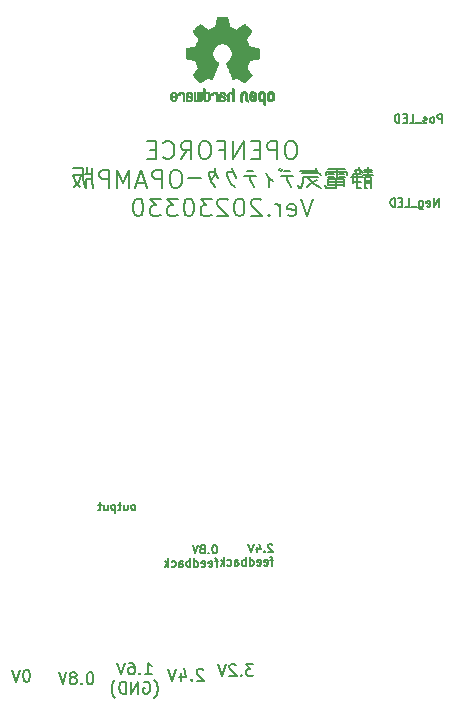
<source format=gbr>
G04 #@! TF.GenerationSoftware,KiCad,Pcbnew,7.0.0-da2b9df05c~163~ubuntu22.04.1*
G04 #@! TF.CreationDate,2023-03-30T16:17:32+09:00*
G04 #@! TF.ProjectId,staticdetector,73746174-6963-4646-9574-6563746f722e,rev?*
G04 #@! TF.SameCoordinates,Original*
G04 #@! TF.FileFunction,Legend,Bot*
G04 #@! TF.FilePolarity,Positive*
%FSLAX46Y46*%
G04 Gerber Fmt 4.6, Leading zero omitted, Abs format (unit mm)*
G04 Created by KiCad (PCBNEW 7.0.0-da2b9df05c~163~ubuntu22.04.1) date 2023-03-30 16:17:32*
%MOMM*%
%LPD*%
G01*
G04 APERTURE LIST*
%ADD10C,0.150000*%
%ADD11C,0.010000*%
G04 APERTURE END LIST*
D10*
X148333333Y-72347666D02*
X148333333Y-71647666D01*
X148333333Y-71647666D02*
X147933333Y-72347666D01*
X147933333Y-72347666D02*
X147933333Y-71647666D01*
X147333333Y-72314333D02*
X147400000Y-72347666D01*
X147400000Y-72347666D02*
X147533333Y-72347666D01*
X147533333Y-72347666D02*
X147600000Y-72314333D01*
X147600000Y-72314333D02*
X147633333Y-72247666D01*
X147633333Y-72247666D02*
X147633333Y-71981000D01*
X147633333Y-71981000D02*
X147600000Y-71914333D01*
X147600000Y-71914333D02*
X147533333Y-71881000D01*
X147533333Y-71881000D02*
X147400000Y-71881000D01*
X147400000Y-71881000D02*
X147333333Y-71914333D01*
X147333333Y-71914333D02*
X147300000Y-71981000D01*
X147300000Y-71981000D02*
X147300000Y-72047666D01*
X147300000Y-72047666D02*
X147633333Y-72114333D01*
X146700000Y-71881000D02*
X146700000Y-72447666D01*
X146700000Y-72447666D02*
X146733333Y-72514333D01*
X146733333Y-72514333D02*
X146766667Y-72547666D01*
X146766667Y-72547666D02*
X146833333Y-72581000D01*
X146833333Y-72581000D02*
X146933333Y-72581000D01*
X146933333Y-72581000D02*
X147000000Y-72547666D01*
X146700000Y-72314333D02*
X146766667Y-72347666D01*
X146766667Y-72347666D02*
X146900000Y-72347666D01*
X146900000Y-72347666D02*
X146966667Y-72314333D01*
X146966667Y-72314333D02*
X147000000Y-72281000D01*
X147000000Y-72281000D02*
X147033333Y-72214333D01*
X147033333Y-72214333D02*
X147033333Y-72014333D01*
X147033333Y-72014333D02*
X147000000Y-71947666D01*
X147000000Y-71947666D02*
X146966667Y-71914333D01*
X146966667Y-71914333D02*
X146900000Y-71881000D01*
X146900000Y-71881000D02*
X146766667Y-71881000D01*
X146766667Y-71881000D02*
X146700000Y-71914333D01*
X146533334Y-72414333D02*
X146000000Y-72414333D01*
X145500001Y-72347666D02*
X145833334Y-72347666D01*
X145833334Y-72347666D02*
X145833334Y-71647666D01*
X145266667Y-71981000D02*
X145033334Y-71981000D01*
X144933334Y-72347666D02*
X145266667Y-72347666D01*
X145266667Y-72347666D02*
X145266667Y-71647666D01*
X145266667Y-71647666D02*
X144933334Y-71647666D01*
X144633334Y-72347666D02*
X144633334Y-71647666D01*
X144633334Y-71647666D02*
X144466667Y-71647666D01*
X144466667Y-71647666D02*
X144366667Y-71681000D01*
X144366667Y-71681000D02*
X144300001Y-71747666D01*
X144300001Y-71747666D02*
X144266667Y-71814333D01*
X144266667Y-71814333D02*
X144233334Y-71947666D01*
X144233334Y-71947666D02*
X144233334Y-72047666D01*
X144233334Y-72047666D02*
X144266667Y-72181000D01*
X144266667Y-72181000D02*
X144300001Y-72247666D01*
X144300001Y-72247666D02*
X144366667Y-72314333D01*
X144366667Y-72314333D02*
X144466667Y-72347666D01*
X144466667Y-72347666D02*
X144633334Y-72347666D01*
X148633333Y-65247666D02*
X148633333Y-64547666D01*
X148633333Y-64547666D02*
X148366666Y-64547666D01*
X148366666Y-64547666D02*
X148300000Y-64581000D01*
X148300000Y-64581000D02*
X148266666Y-64614333D01*
X148266666Y-64614333D02*
X148233333Y-64681000D01*
X148233333Y-64681000D02*
X148233333Y-64781000D01*
X148233333Y-64781000D02*
X148266666Y-64847666D01*
X148266666Y-64847666D02*
X148300000Y-64881000D01*
X148300000Y-64881000D02*
X148366666Y-64914333D01*
X148366666Y-64914333D02*
X148633333Y-64914333D01*
X147833333Y-65247666D02*
X147900000Y-65214333D01*
X147900000Y-65214333D02*
X147933333Y-65181000D01*
X147933333Y-65181000D02*
X147966666Y-65114333D01*
X147966666Y-65114333D02*
X147966666Y-64914333D01*
X147966666Y-64914333D02*
X147933333Y-64847666D01*
X147933333Y-64847666D02*
X147900000Y-64814333D01*
X147900000Y-64814333D02*
X147833333Y-64781000D01*
X147833333Y-64781000D02*
X147733333Y-64781000D01*
X147733333Y-64781000D02*
X147666666Y-64814333D01*
X147666666Y-64814333D02*
X147633333Y-64847666D01*
X147633333Y-64847666D02*
X147600000Y-64914333D01*
X147600000Y-64914333D02*
X147600000Y-65114333D01*
X147600000Y-65114333D02*
X147633333Y-65181000D01*
X147633333Y-65181000D02*
X147666666Y-65214333D01*
X147666666Y-65214333D02*
X147733333Y-65247666D01*
X147733333Y-65247666D02*
X147833333Y-65247666D01*
X147333333Y-65214333D02*
X147266667Y-65247666D01*
X147266667Y-65247666D02*
X147133333Y-65247666D01*
X147133333Y-65247666D02*
X147066667Y-65214333D01*
X147066667Y-65214333D02*
X147033333Y-65147666D01*
X147033333Y-65147666D02*
X147033333Y-65114333D01*
X147033333Y-65114333D02*
X147066667Y-65047666D01*
X147066667Y-65047666D02*
X147133333Y-65014333D01*
X147133333Y-65014333D02*
X147233333Y-65014333D01*
X147233333Y-65014333D02*
X147300000Y-64981000D01*
X147300000Y-64981000D02*
X147333333Y-64914333D01*
X147333333Y-64914333D02*
X147333333Y-64881000D01*
X147333333Y-64881000D02*
X147300000Y-64814333D01*
X147300000Y-64814333D02*
X147233333Y-64781000D01*
X147233333Y-64781000D02*
X147133333Y-64781000D01*
X147133333Y-64781000D02*
X147066667Y-64814333D01*
X146900000Y-65314333D02*
X146366666Y-65314333D01*
X145866667Y-65247666D02*
X146200000Y-65247666D01*
X146200000Y-65247666D02*
X146200000Y-64547666D01*
X145633333Y-64881000D02*
X145400000Y-64881000D01*
X145300000Y-65247666D02*
X145633333Y-65247666D01*
X145633333Y-65247666D02*
X145633333Y-64547666D01*
X145633333Y-64547666D02*
X145300000Y-64547666D01*
X145000000Y-65247666D02*
X145000000Y-64547666D01*
X145000000Y-64547666D02*
X144833333Y-64547666D01*
X144833333Y-64547666D02*
X144733333Y-64581000D01*
X144733333Y-64581000D02*
X144666667Y-64647666D01*
X144666667Y-64647666D02*
X144633333Y-64714333D01*
X144633333Y-64714333D02*
X144600000Y-64847666D01*
X144600000Y-64847666D02*
X144600000Y-64947666D01*
X144600000Y-64947666D02*
X144633333Y-65081000D01*
X144633333Y-65081000D02*
X144666667Y-65147666D01*
X144666667Y-65147666D02*
X144733333Y-65214333D01*
X144733333Y-65214333D02*
X144833333Y-65247666D01*
X144833333Y-65247666D02*
X145000000Y-65247666D01*
X134266666Y-100980333D02*
X134233333Y-100947000D01*
X134233333Y-100947000D02*
X134166666Y-100913666D01*
X134166666Y-100913666D02*
X134000000Y-100913666D01*
X134000000Y-100913666D02*
X133933333Y-100947000D01*
X133933333Y-100947000D02*
X133900000Y-100980333D01*
X133900000Y-100980333D02*
X133866666Y-101047000D01*
X133866666Y-101047000D02*
X133866666Y-101113666D01*
X133866666Y-101113666D02*
X133900000Y-101213666D01*
X133900000Y-101213666D02*
X134300000Y-101613666D01*
X134300000Y-101613666D02*
X133866666Y-101613666D01*
X133566666Y-101547000D02*
X133533333Y-101580333D01*
X133533333Y-101580333D02*
X133566666Y-101613666D01*
X133566666Y-101613666D02*
X133599999Y-101580333D01*
X133599999Y-101580333D02*
X133566666Y-101547000D01*
X133566666Y-101547000D02*
X133566666Y-101613666D01*
X132933333Y-101147000D02*
X132933333Y-101613666D01*
X133100000Y-100880333D02*
X133266666Y-101380333D01*
X133266666Y-101380333D02*
X132833333Y-101380333D01*
X132666666Y-100913666D02*
X132433333Y-101613666D01*
X132433333Y-101613666D02*
X132199999Y-100913666D01*
X134333333Y-102281000D02*
X134066666Y-102281000D01*
X134233333Y-102747666D02*
X134233333Y-102147666D01*
X134233333Y-102147666D02*
X134200000Y-102081000D01*
X134200000Y-102081000D02*
X134133333Y-102047666D01*
X134133333Y-102047666D02*
X134066666Y-102047666D01*
X133566666Y-102714333D02*
X133633333Y-102747666D01*
X133633333Y-102747666D02*
X133766666Y-102747666D01*
X133766666Y-102747666D02*
X133833333Y-102714333D01*
X133833333Y-102714333D02*
X133866666Y-102647666D01*
X133866666Y-102647666D02*
X133866666Y-102381000D01*
X133866666Y-102381000D02*
X133833333Y-102314333D01*
X133833333Y-102314333D02*
X133766666Y-102281000D01*
X133766666Y-102281000D02*
X133633333Y-102281000D01*
X133633333Y-102281000D02*
X133566666Y-102314333D01*
X133566666Y-102314333D02*
X133533333Y-102381000D01*
X133533333Y-102381000D02*
X133533333Y-102447666D01*
X133533333Y-102447666D02*
X133866666Y-102514333D01*
X132966666Y-102714333D02*
X133033333Y-102747666D01*
X133033333Y-102747666D02*
X133166666Y-102747666D01*
X133166666Y-102747666D02*
X133233333Y-102714333D01*
X133233333Y-102714333D02*
X133266666Y-102647666D01*
X133266666Y-102647666D02*
X133266666Y-102381000D01*
X133266666Y-102381000D02*
X133233333Y-102314333D01*
X133233333Y-102314333D02*
X133166666Y-102281000D01*
X133166666Y-102281000D02*
X133033333Y-102281000D01*
X133033333Y-102281000D02*
X132966666Y-102314333D01*
X132966666Y-102314333D02*
X132933333Y-102381000D01*
X132933333Y-102381000D02*
X132933333Y-102447666D01*
X132933333Y-102447666D02*
X133266666Y-102514333D01*
X132333333Y-102747666D02*
X132333333Y-102047666D01*
X132333333Y-102714333D02*
X132400000Y-102747666D01*
X132400000Y-102747666D02*
X132533333Y-102747666D01*
X132533333Y-102747666D02*
X132600000Y-102714333D01*
X132600000Y-102714333D02*
X132633333Y-102681000D01*
X132633333Y-102681000D02*
X132666666Y-102614333D01*
X132666666Y-102614333D02*
X132666666Y-102414333D01*
X132666666Y-102414333D02*
X132633333Y-102347666D01*
X132633333Y-102347666D02*
X132600000Y-102314333D01*
X132600000Y-102314333D02*
X132533333Y-102281000D01*
X132533333Y-102281000D02*
X132400000Y-102281000D01*
X132400000Y-102281000D02*
X132333333Y-102314333D01*
X132000000Y-102747666D02*
X132000000Y-102047666D01*
X132000000Y-102314333D02*
X131933333Y-102281000D01*
X131933333Y-102281000D02*
X131800000Y-102281000D01*
X131800000Y-102281000D02*
X131733333Y-102314333D01*
X131733333Y-102314333D02*
X131700000Y-102347666D01*
X131700000Y-102347666D02*
X131666667Y-102414333D01*
X131666667Y-102414333D02*
X131666667Y-102614333D01*
X131666667Y-102614333D02*
X131700000Y-102681000D01*
X131700000Y-102681000D02*
X131733333Y-102714333D01*
X131733333Y-102714333D02*
X131800000Y-102747666D01*
X131800000Y-102747666D02*
X131933333Y-102747666D01*
X131933333Y-102747666D02*
X132000000Y-102714333D01*
X131066667Y-102747666D02*
X131066667Y-102381000D01*
X131066667Y-102381000D02*
X131100000Y-102314333D01*
X131100000Y-102314333D02*
X131166667Y-102281000D01*
X131166667Y-102281000D02*
X131300000Y-102281000D01*
X131300000Y-102281000D02*
X131366667Y-102314333D01*
X131066667Y-102714333D02*
X131133334Y-102747666D01*
X131133334Y-102747666D02*
X131300000Y-102747666D01*
X131300000Y-102747666D02*
X131366667Y-102714333D01*
X131366667Y-102714333D02*
X131400000Y-102647666D01*
X131400000Y-102647666D02*
X131400000Y-102581000D01*
X131400000Y-102581000D02*
X131366667Y-102514333D01*
X131366667Y-102514333D02*
X131300000Y-102481000D01*
X131300000Y-102481000D02*
X131133334Y-102481000D01*
X131133334Y-102481000D02*
X131066667Y-102447666D01*
X130433334Y-102714333D02*
X130500001Y-102747666D01*
X130500001Y-102747666D02*
X130633334Y-102747666D01*
X130633334Y-102747666D02*
X130700001Y-102714333D01*
X130700001Y-102714333D02*
X130733334Y-102681000D01*
X130733334Y-102681000D02*
X130766667Y-102614333D01*
X130766667Y-102614333D02*
X130766667Y-102414333D01*
X130766667Y-102414333D02*
X130733334Y-102347666D01*
X130733334Y-102347666D02*
X130700001Y-102314333D01*
X130700001Y-102314333D02*
X130633334Y-102281000D01*
X130633334Y-102281000D02*
X130500001Y-102281000D01*
X130500001Y-102281000D02*
X130433334Y-102314333D01*
X130133334Y-102747666D02*
X130133334Y-102047666D01*
X130066667Y-102481000D02*
X129866667Y-102747666D01*
X129866667Y-102281000D02*
X130133334Y-102547666D01*
X129400000Y-101013666D02*
X129333333Y-101013666D01*
X129333333Y-101013666D02*
X129266666Y-101047000D01*
X129266666Y-101047000D02*
X129233333Y-101080333D01*
X129233333Y-101080333D02*
X129200000Y-101147000D01*
X129200000Y-101147000D02*
X129166666Y-101280333D01*
X129166666Y-101280333D02*
X129166666Y-101447000D01*
X129166666Y-101447000D02*
X129200000Y-101580333D01*
X129200000Y-101580333D02*
X129233333Y-101647000D01*
X129233333Y-101647000D02*
X129266666Y-101680333D01*
X129266666Y-101680333D02*
X129333333Y-101713666D01*
X129333333Y-101713666D02*
X129400000Y-101713666D01*
X129400000Y-101713666D02*
X129466666Y-101680333D01*
X129466666Y-101680333D02*
X129500000Y-101647000D01*
X129500000Y-101647000D02*
X129533333Y-101580333D01*
X129533333Y-101580333D02*
X129566666Y-101447000D01*
X129566666Y-101447000D02*
X129566666Y-101280333D01*
X129566666Y-101280333D02*
X129533333Y-101147000D01*
X129533333Y-101147000D02*
X129500000Y-101080333D01*
X129500000Y-101080333D02*
X129466666Y-101047000D01*
X129466666Y-101047000D02*
X129400000Y-101013666D01*
X128866666Y-101647000D02*
X128833333Y-101680333D01*
X128833333Y-101680333D02*
X128866666Y-101713666D01*
X128866666Y-101713666D02*
X128899999Y-101680333D01*
X128899999Y-101680333D02*
X128866666Y-101647000D01*
X128866666Y-101647000D02*
X128866666Y-101713666D01*
X128433333Y-101313666D02*
X128500000Y-101280333D01*
X128500000Y-101280333D02*
X128533333Y-101247000D01*
X128533333Y-101247000D02*
X128566666Y-101180333D01*
X128566666Y-101180333D02*
X128566666Y-101147000D01*
X128566666Y-101147000D02*
X128533333Y-101080333D01*
X128533333Y-101080333D02*
X128500000Y-101047000D01*
X128500000Y-101047000D02*
X128433333Y-101013666D01*
X128433333Y-101013666D02*
X128300000Y-101013666D01*
X128300000Y-101013666D02*
X128233333Y-101047000D01*
X128233333Y-101047000D02*
X128200000Y-101080333D01*
X128200000Y-101080333D02*
X128166666Y-101147000D01*
X128166666Y-101147000D02*
X128166666Y-101180333D01*
X128166666Y-101180333D02*
X128200000Y-101247000D01*
X128200000Y-101247000D02*
X128233333Y-101280333D01*
X128233333Y-101280333D02*
X128300000Y-101313666D01*
X128300000Y-101313666D02*
X128433333Y-101313666D01*
X128433333Y-101313666D02*
X128500000Y-101347000D01*
X128500000Y-101347000D02*
X128533333Y-101380333D01*
X128533333Y-101380333D02*
X128566666Y-101447000D01*
X128566666Y-101447000D02*
X128566666Y-101580333D01*
X128566666Y-101580333D02*
X128533333Y-101647000D01*
X128533333Y-101647000D02*
X128500000Y-101680333D01*
X128500000Y-101680333D02*
X128433333Y-101713666D01*
X128433333Y-101713666D02*
X128300000Y-101713666D01*
X128300000Y-101713666D02*
X128233333Y-101680333D01*
X128233333Y-101680333D02*
X128200000Y-101647000D01*
X128200000Y-101647000D02*
X128166666Y-101580333D01*
X128166666Y-101580333D02*
X128166666Y-101447000D01*
X128166666Y-101447000D02*
X128200000Y-101380333D01*
X128200000Y-101380333D02*
X128233333Y-101347000D01*
X128233333Y-101347000D02*
X128300000Y-101313666D01*
X127966666Y-101013666D02*
X127733333Y-101713666D01*
X127733333Y-101713666D02*
X127499999Y-101013666D01*
X129633333Y-102381000D02*
X129366666Y-102381000D01*
X129533333Y-102847666D02*
X129533333Y-102247666D01*
X129533333Y-102247666D02*
X129500000Y-102181000D01*
X129500000Y-102181000D02*
X129433333Y-102147666D01*
X129433333Y-102147666D02*
X129366666Y-102147666D01*
X128866666Y-102814333D02*
X128933333Y-102847666D01*
X128933333Y-102847666D02*
X129066666Y-102847666D01*
X129066666Y-102847666D02*
X129133333Y-102814333D01*
X129133333Y-102814333D02*
X129166666Y-102747666D01*
X129166666Y-102747666D02*
X129166666Y-102481000D01*
X129166666Y-102481000D02*
X129133333Y-102414333D01*
X129133333Y-102414333D02*
X129066666Y-102381000D01*
X129066666Y-102381000D02*
X128933333Y-102381000D01*
X128933333Y-102381000D02*
X128866666Y-102414333D01*
X128866666Y-102414333D02*
X128833333Y-102481000D01*
X128833333Y-102481000D02*
X128833333Y-102547666D01*
X128833333Y-102547666D02*
X129166666Y-102614333D01*
X128266666Y-102814333D02*
X128333333Y-102847666D01*
X128333333Y-102847666D02*
X128466666Y-102847666D01*
X128466666Y-102847666D02*
X128533333Y-102814333D01*
X128533333Y-102814333D02*
X128566666Y-102747666D01*
X128566666Y-102747666D02*
X128566666Y-102481000D01*
X128566666Y-102481000D02*
X128533333Y-102414333D01*
X128533333Y-102414333D02*
X128466666Y-102381000D01*
X128466666Y-102381000D02*
X128333333Y-102381000D01*
X128333333Y-102381000D02*
X128266666Y-102414333D01*
X128266666Y-102414333D02*
X128233333Y-102481000D01*
X128233333Y-102481000D02*
X128233333Y-102547666D01*
X128233333Y-102547666D02*
X128566666Y-102614333D01*
X127633333Y-102847666D02*
X127633333Y-102147666D01*
X127633333Y-102814333D02*
X127700000Y-102847666D01*
X127700000Y-102847666D02*
X127833333Y-102847666D01*
X127833333Y-102847666D02*
X127900000Y-102814333D01*
X127900000Y-102814333D02*
X127933333Y-102781000D01*
X127933333Y-102781000D02*
X127966666Y-102714333D01*
X127966666Y-102714333D02*
X127966666Y-102514333D01*
X127966666Y-102514333D02*
X127933333Y-102447666D01*
X127933333Y-102447666D02*
X127900000Y-102414333D01*
X127900000Y-102414333D02*
X127833333Y-102381000D01*
X127833333Y-102381000D02*
X127700000Y-102381000D01*
X127700000Y-102381000D02*
X127633333Y-102414333D01*
X127300000Y-102847666D02*
X127300000Y-102147666D01*
X127300000Y-102414333D02*
X127233333Y-102381000D01*
X127233333Y-102381000D02*
X127100000Y-102381000D01*
X127100000Y-102381000D02*
X127033333Y-102414333D01*
X127033333Y-102414333D02*
X127000000Y-102447666D01*
X127000000Y-102447666D02*
X126966667Y-102514333D01*
X126966667Y-102514333D02*
X126966667Y-102714333D01*
X126966667Y-102714333D02*
X127000000Y-102781000D01*
X127000000Y-102781000D02*
X127033333Y-102814333D01*
X127033333Y-102814333D02*
X127100000Y-102847666D01*
X127100000Y-102847666D02*
X127233333Y-102847666D01*
X127233333Y-102847666D02*
X127300000Y-102814333D01*
X126366667Y-102847666D02*
X126366667Y-102481000D01*
X126366667Y-102481000D02*
X126400000Y-102414333D01*
X126400000Y-102414333D02*
X126466667Y-102381000D01*
X126466667Y-102381000D02*
X126600000Y-102381000D01*
X126600000Y-102381000D02*
X126666667Y-102414333D01*
X126366667Y-102814333D02*
X126433334Y-102847666D01*
X126433334Y-102847666D02*
X126600000Y-102847666D01*
X126600000Y-102847666D02*
X126666667Y-102814333D01*
X126666667Y-102814333D02*
X126700000Y-102747666D01*
X126700000Y-102747666D02*
X126700000Y-102681000D01*
X126700000Y-102681000D02*
X126666667Y-102614333D01*
X126666667Y-102614333D02*
X126600000Y-102581000D01*
X126600000Y-102581000D02*
X126433334Y-102581000D01*
X126433334Y-102581000D02*
X126366667Y-102547666D01*
X125733334Y-102814333D02*
X125800001Y-102847666D01*
X125800001Y-102847666D02*
X125933334Y-102847666D01*
X125933334Y-102847666D02*
X126000001Y-102814333D01*
X126000001Y-102814333D02*
X126033334Y-102781000D01*
X126033334Y-102781000D02*
X126066667Y-102714333D01*
X126066667Y-102714333D02*
X126066667Y-102514333D01*
X126066667Y-102514333D02*
X126033334Y-102447666D01*
X126033334Y-102447666D02*
X126000001Y-102414333D01*
X126000001Y-102414333D02*
X125933334Y-102381000D01*
X125933334Y-102381000D02*
X125800001Y-102381000D01*
X125800001Y-102381000D02*
X125733334Y-102414333D01*
X125433334Y-102847666D02*
X125433334Y-102147666D01*
X125366667Y-102581000D02*
X125166667Y-102847666D01*
X125166667Y-102381000D02*
X125433334Y-102647666D01*
X132657142Y-111082380D02*
X132038095Y-111082380D01*
X132038095Y-111082380D02*
X132371428Y-111463333D01*
X132371428Y-111463333D02*
X132228571Y-111463333D01*
X132228571Y-111463333D02*
X132133333Y-111510952D01*
X132133333Y-111510952D02*
X132085714Y-111558571D01*
X132085714Y-111558571D02*
X132038095Y-111653809D01*
X132038095Y-111653809D02*
X132038095Y-111891904D01*
X132038095Y-111891904D02*
X132085714Y-111987142D01*
X132085714Y-111987142D02*
X132133333Y-112034761D01*
X132133333Y-112034761D02*
X132228571Y-112082380D01*
X132228571Y-112082380D02*
X132514285Y-112082380D01*
X132514285Y-112082380D02*
X132609523Y-112034761D01*
X132609523Y-112034761D02*
X132657142Y-111987142D01*
X131609523Y-111987142D02*
X131561904Y-112034761D01*
X131561904Y-112034761D02*
X131609523Y-112082380D01*
X131609523Y-112082380D02*
X131657142Y-112034761D01*
X131657142Y-112034761D02*
X131609523Y-111987142D01*
X131609523Y-111987142D02*
X131609523Y-112082380D01*
X131180952Y-111177619D02*
X131133333Y-111130000D01*
X131133333Y-111130000D02*
X131038095Y-111082380D01*
X131038095Y-111082380D02*
X130800000Y-111082380D01*
X130800000Y-111082380D02*
X130704762Y-111130000D01*
X130704762Y-111130000D02*
X130657143Y-111177619D01*
X130657143Y-111177619D02*
X130609524Y-111272857D01*
X130609524Y-111272857D02*
X130609524Y-111368095D01*
X130609524Y-111368095D02*
X130657143Y-111510952D01*
X130657143Y-111510952D02*
X131228571Y-112082380D01*
X131228571Y-112082380D02*
X130609524Y-112082380D01*
X130323809Y-111082380D02*
X129990476Y-112082380D01*
X129990476Y-112082380D02*
X129657143Y-111082380D01*
X123457142Y-111962380D02*
X124028570Y-111962380D01*
X123742856Y-111962380D02*
X123742856Y-110962380D01*
X123742856Y-110962380D02*
X123838094Y-111105238D01*
X123838094Y-111105238D02*
X123933332Y-111200476D01*
X123933332Y-111200476D02*
X124028570Y-111248095D01*
X123028570Y-111867142D02*
X122980951Y-111914761D01*
X122980951Y-111914761D02*
X123028570Y-111962380D01*
X123028570Y-111962380D02*
X123076189Y-111914761D01*
X123076189Y-111914761D02*
X123028570Y-111867142D01*
X123028570Y-111867142D02*
X123028570Y-111962380D01*
X122123809Y-110962380D02*
X122314285Y-110962380D01*
X122314285Y-110962380D02*
X122409523Y-111010000D01*
X122409523Y-111010000D02*
X122457142Y-111057619D01*
X122457142Y-111057619D02*
X122552380Y-111200476D01*
X122552380Y-111200476D02*
X122599999Y-111390952D01*
X122599999Y-111390952D02*
X122599999Y-111771904D01*
X122599999Y-111771904D02*
X122552380Y-111867142D01*
X122552380Y-111867142D02*
X122504761Y-111914761D01*
X122504761Y-111914761D02*
X122409523Y-111962380D01*
X122409523Y-111962380D02*
X122219047Y-111962380D01*
X122219047Y-111962380D02*
X122123809Y-111914761D01*
X122123809Y-111914761D02*
X122076190Y-111867142D01*
X122076190Y-111867142D02*
X122028571Y-111771904D01*
X122028571Y-111771904D02*
X122028571Y-111533809D01*
X122028571Y-111533809D02*
X122076190Y-111438571D01*
X122076190Y-111438571D02*
X122123809Y-111390952D01*
X122123809Y-111390952D02*
X122219047Y-111343333D01*
X122219047Y-111343333D02*
X122409523Y-111343333D01*
X122409523Y-111343333D02*
X122504761Y-111390952D01*
X122504761Y-111390952D02*
X122552380Y-111438571D01*
X122552380Y-111438571D02*
X122599999Y-111533809D01*
X121742856Y-110962380D02*
X121409523Y-111962380D01*
X121409523Y-111962380D02*
X121076190Y-110962380D01*
X124266666Y-113963333D02*
X124314285Y-113915714D01*
X124314285Y-113915714D02*
X124409523Y-113772857D01*
X124409523Y-113772857D02*
X124457142Y-113677619D01*
X124457142Y-113677619D02*
X124504761Y-113534761D01*
X124504761Y-113534761D02*
X124552380Y-113296666D01*
X124552380Y-113296666D02*
X124552380Y-113106190D01*
X124552380Y-113106190D02*
X124504761Y-112868095D01*
X124504761Y-112868095D02*
X124457142Y-112725238D01*
X124457142Y-112725238D02*
X124409523Y-112630000D01*
X124409523Y-112630000D02*
X124314285Y-112487142D01*
X124314285Y-112487142D02*
X124266666Y-112439523D01*
X123361904Y-112630000D02*
X123457142Y-112582380D01*
X123457142Y-112582380D02*
X123599999Y-112582380D01*
X123599999Y-112582380D02*
X123742856Y-112630000D01*
X123742856Y-112630000D02*
X123838094Y-112725238D01*
X123838094Y-112725238D02*
X123885713Y-112820476D01*
X123885713Y-112820476D02*
X123933332Y-113010952D01*
X123933332Y-113010952D02*
X123933332Y-113153809D01*
X123933332Y-113153809D02*
X123885713Y-113344285D01*
X123885713Y-113344285D02*
X123838094Y-113439523D01*
X123838094Y-113439523D02*
X123742856Y-113534761D01*
X123742856Y-113534761D02*
X123599999Y-113582380D01*
X123599999Y-113582380D02*
X123504761Y-113582380D01*
X123504761Y-113582380D02*
X123361904Y-113534761D01*
X123361904Y-113534761D02*
X123314285Y-113487142D01*
X123314285Y-113487142D02*
X123314285Y-113153809D01*
X123314285Y-113153809D02*
X123504761Y-113153809D01*
X122885713Y-113582380D02*
X122885713Y-112582380D01*
X122885713Y-112582380D02*
X122314285Y-113582380D01*
X122314285Y-113582380D02*
X122314285Y-112582380D01*
X121838094Y-113582380D02*
X121838094Y-112582380D01*
X121838094Y-112582380D02*
X121599999Y-112582380D01*
X121599999Y-112582380D02*
X121457142Y-112630000D01*
X121457142Y-112630000D02*
X121361904Y-112725238D01*
X121361904Y-112725238D02*
X121314285Y-112820476D01*
X121314285Y-112820476D02*
X121266666Y-113010952D01*
X121266666Y-113010952D02*
X121266666Y-113153809D01*
X121266666Y-113153809D02*
X121314285Y-113344285D01*
X121314285Y-113344285D02*
X121361904Y-113439523D01*
X121361904Y-113439523D02*
X121457142Y-113534761D01*
X121457142Y-113534761D02*
X121599999Y-113582380D01*
X121599999Y-113582380D02*
X121838094Y-113582380D01*
X120933332Y-113963333D02*
X120885713Y-113915714D01*
X120885713Y-113915714D02*
X120790475Y-113772857D01*
X120790475Y-113772857D02*
X120742856Y-113677619D01*
X120742856Y-113677619D02*
X120695237Y-113534761D01*
X120695237Y-113534761D02*
X120647618Y-113296666D01*
X120647618Y-113296666D02*
X120647618Y-113106190D01*
X120647618Y-113106190D02*
X120695237Y-112868095D01*
X120695237Y-112868095D02*
X120742856Y-112725238D01*
X120742856Y-112725238D02*
X120790475Y-112630000D01*
X120790475Y-112630000D02*
X120885713Y-112487142D01*
X120885713Y-112487142D02*
X120933332Y-112439523D01*
X128409523Y-111577619D02*
X128361904Y-111530000D01*
X128361904Y-111530000D02*
X128266666Y-111482380D01*
X128266666Y-111482380D02*
X128028571Y-111482380D01*
X128028571Y-111482380D02*
X127933333Y-111530000D01*
X127933333Y-111530000D02*
X127885714Y-111577619D01*
X127885714Y-111577619D02*
X127838095Y-111672857D01*
X127838095Y-111672857D02*
X127838095Y-111768095D01*
X127838095Y-111768095D02*
X127885714Y-111910952D01*
X127885714Y-111910952D02*
X128457142Y-112482380D01*
X128457142Y-112482380D02*
X127838095Y-112482380D01*
X127409523Y-112387142D02*
X127361904Y-112434761D01*
X127361904Y-112434761D02*
X127409523Y-112482380D01*
X127409523Y-112482380D02*
X127457142Y-112434761D01*
X127457142Y-112434761D02*
X127409523Y-112387142D01*
X127409523Y-112387142D02*
X127409523Y-112482380D01*
X126504762Y-111815714D02*
X126504762Y-112482380D01*
X126742857Y-111434761D02*
X126980952Y-112149047D01*
X126980952Y-112149047D02*
X126361905Y-112149047D01*
X126123809Y-111482380D02*
X125790476Y-112482380D01*
X125790476Y-112482380D02*
X125457143Y-111482380D01*
X118871428Y-111782380D02*
X118776190Y-111782380D01*
X118776190Y-111782380D02*
X118680952Y-111830000D01*
X118680952Y-111830000D02*
X118633333Y-111877619D01*
X118633333Y-111877619D02*
X118585714Y-111972857D01*
X118585714Y-111972857D02*
X118538095Y-112163333D01*
X118538095Y-112163333D02*
X118538095Y-112401428D01*
X118538095Y-112401428D02*
X118585714Y-112591904D01*
X118585714Y-112591904D02*
X118633333Y-112687142D01*
X118633333Y-112687142D02*
X118680952Y-112734761D01*
X118680952Y-112734761D02*
X118776190Y-112782380D01*
X118776190Y-112782380D02*
X118871428Y-112782380D01*
X118871428Y-112782380D02*
X118966666Y-112734761D01*
X118966666Y-112734761D02*
X119014285Y-112687142D01*
X119014285Y-112687142D02*
X119061904Y-112591904D01*
X119061904Y-112591904D02*
X119109523Y-112401428D01*
X119109523Y-112401428D02*
X119109523Y-112163333D01*
X119109523Y-112163333D02*
X119061904Y-111972857D01*
X119061904Y-111972857D02*
X119014285Y-111877619D01*
X119014285Y-111877619D02*
X118966666Y-111830000D01*
X118966666Y-111830000D02*
X118871428Y-111782380D01*
X118109523Y-112687142D02*
X118061904Y-112734761D01*
X118061904Y-112734761D02*
X118109523Y-112782380D01*
X118109523Y-112782380D02*
X118157142Y-112734761D01*
X118157142Y-112734761D02*
X118109523Y-112687142D01*
X118109523Y-112687142D02*
X118109523Y-112782380D01*
X117490476Y-112210952D02*
X117585714Y-112163333D01*
X117585714Y-112163333D02*
X117633333Y-112115714D01*
X117633333Y-112115714D02*
X117680952Y-112020476D01*
X117680952Y-112020476D02*
X117680952Y-111972857D01*
X117680952Y-111972857D02*
X117633333Y-111877619D01*
X117633333Y-111877619D02*
X117585714Y-111830000D01*
X117585714Y-111830000D02*
X117490476Y-111782380D01*
X117490476Y-111782380D02*
X117300000Y-111782380D01*
X117300000Y-111782380D02*
X117204762Y-111830000D01*
X117204762Y-111830000D02*
X117157143Y-111877619D01*
X117157143Y-111877619D02*
X117109524Y-111972857D01*
X117109524Y-111972857D02*
X117109524Y-112020476D01*
X117109524Y-112020476D02*
X117157143Y-112115714D01*
X117157143Y-112115714D02*
X117204762Y-112163333D01*
X117204762Y-112163333D02*
X117300000Y-112210952D01*
X117300000Y-112210952D02*
X117490476Y-112210952D01*
X117490476Y-112210952D02*
X117585714Y-112258571D01*
X117585714Y-112258571D02*
X117633333Y-112306190D01*
X117633333Y-112306190D02*
X117680952Y-112401428D01*
X117680952Y-112401428D02*
X117680952Y-112591904D01*
X117680952Y-112591904D02*
X117633333Y-112687142D01*
X117633333Y-112687142D02*
X117585714Y-112734761D01*
X117585714Y-112734761D02*
X117490476Y-112782380D01*
X117490476Y-112782380D02*
X117300000Y-112782380D01*
X117300000Y-112782380D02*
X117204762Y-112734761D01*
X117204762Y-112734761D02*
X117157143Y-112687142D01*
X117157143Y-112687142D02*
X117109524Y-112591904D01*
X117109524Y-112591904D02*
X117109524Y-112401428D01*
X117109524Y-112401428D02*
X117157143Y-112306190D01*
X117157143Y-112306190D02*
X117204762Y-112258571D01*
X117204762Y-112258571D02*
X117300000Y-112210952D01*
X116823809Y-111782380D02*
X116490476Y-112782380D01*
X116490476Y-112782380D02*
X116157143Y-111782380D01*
X113471428Y-111582380D02*
X113376190Y-111582380D01*
X113376190Y-111582380D02*
X113280952Y-111630000D01*
X113280952Y-111630000D02*
X113233333Y-111677619D01*
X113233333Y-111677619D02*
X113185714Y-111772857D01*
X113185714Y-111772857D02*
X113138095Y-111963333D01*
X113138095Y-111963333D02*
X113138095Y-112201428D01*
X113138095Y-112201428D02*
X113185714Y-112391904D01*
X113185714Y-112391904D02*
X113233333Y-112487142D01*
X113233333Y-112487142D02*
X113280952Y-112534761D01*
X113280952Y-112534761D02*
X113376190Y-112582380D01*
X113376190Y-112582380D02*
X113471428Y-112582380D01*
X113471428Y-112582380D02*
X113566666Y-112534761D01*
X113566666Y-112534761D02*
X113614285Y-112487142D01*
X113614285Y-112487142D02*
X113661904Y-112391904D01*
X113661904Y-112391904D02*
X113709523Y-112201428D01*
X113709523Y-112201428D02*
X113709523Y-111963333D01*
X113709523Y-111963333D02*
X113661904Y-111772857D01*
X113661904Y-111772857D02*
X113614285Y-111677619D01*
X113614285Y-111677619D02*
X113566666Y-111630000D01*
X113566666Y-111630000D02*
X113471428Y-111582380D01*
X112852380Y-111582380D02*
X112519047Y-112582380D01*
X112519047Y-112582380D02*
X112185714Y-111582380D01*
X122533333Y-98047666D02*
X122600000Y-98014333D01*
X122600000Y-98014333D02*
X122633333Y-97981000D01*
X122633333Y-97981000D02*
X122666666Y-97914333D01*
X122666666Y-97914333D02*
X122666666Y-97714333D01*
X122666666Y-97714333D02*
X122633333Y-97647666D01*
X122633333Y-97647666D02*
X122600000Y-97614333D01*
X122600000Y-97614333D02*
X122533333Y-97581000D01*
X122533333Y-97581000D02*
X122433333Y-97581000D01*
X122433333Y-97581000D02*
X122366666Y-97614333D01*
X122366666Y-97614333D02*
X122333333Y-97647666D01*
X122333333Y-97647666D02*
X122300000Y-97714333D01*
X122300000Y-97714333D02*
X122300000Y-97914333D01*
X122300000Y-97914333D02*
X122333333Y-97981000D01*
X122333333Y-97981000D02*
X122366666Y-98014333D01*
X122366666Y-98014333D02*
X122433333Y-98047666D01*
X122433333Y-98047666D02*
X122533333Y-98047666D01*
X121700000Y-97581000D02*
X121700000Y-98047666D01*
X122000000Y-97581000D02*
X122000000Y-97947666D01*
X122000000Y-97947666D02*
X121966667Y-98014333D01*
X121966667Y-98014333D02*
X121900000Y-98047666D01*
X121900000Y-98047666D02*
X121800000Y-98047666D01*
X121800000Y-98047666D02*
X121733333Y-98014333D01*
X121733333Y-98014333D02*
X121700000Y-97981000D01*
X121466667Y-97581000D02*
X121200000Y-97581000D01*
X121366667Y-97347666D02*
X121366667Y-97947666D01*
X121366667Y-97947666D02*
X121333334Y-98014333D01*
X121333334Y-98014333D02*
X121266667Y-98047666D01*
X121266667Y-98047666D02*
X121200000Y-98047666D01*
X120966667Y-97581000D02*
X120966667Y-98281000D01*
X120966667Y-97614333D02*
X120900000Y-97581000D01*
X120900000Y-97581000D02*
X120766667Y-97581000D01*
X120766667Y-97581000D02*
X120700000Y-97614333D01*
X120700000Y-97614333D02*
X120666667Y-97647666D01*
X120666667Y-97647666D02*
X120633334Y-97714333D01*
X120633334Y-97714333D02*
X120633334Y-97914333D01*
X120633334Y-97914333D02*
X120666667Y-97981000D01*
X120666667Y-97981000D02*
X120700000Y-98014333D01*
X120700000Y-98014333D02*
X120766667Y-98047666D01*
X120766667Y-98047666D02*
X120900000Y-98047666D01*
X120900000Y-98047666D02*
X120966667Y-98014333D01*
X120033334Y-97581000D02*
X120033334Y-98047666D01*
X120333334Y-97581000D02*
X120333334Y-97947666D01*
X120333334Y-97947666D02*
X120300001Y-98014333D01*
X120300001Y-98014333D02*
X120233334Y-98047666D01*
X120233334Y-98047666D02*
X120133334Y-98047666D01*
X120133334Y-98047666D02*
X120066667Y-98014333D01*
X120066667Y-98014333D02*
X120033334Y-97981000D01*
X119800001Y-97581000D02*
X119533334Y-97581000D01*
X119700001Y-97347666D02*
X119700001Y-97947666D01*
X119700001Y-97947666D02*
X119666668Y-98014333D01*
X119666668Y-98014333D02*
X119600001Y-98047666D01*
X119600001Y-98047666D02*
X119533334Y-98047666D01*
X135964285Y-66813571D02*
X135678571Y-66813571D01*
X135678571Y-66813571D02*
X135535714Y-66885000D01*
X135535714Y-66885000D02*
X135392857Y-67027857D01*
X135392857Y-67027857D02*
X135321428Y-67313571D01*
X135321428Y-67313571D02*
X135321428Y-67813571D01*
X135321428Y-67813571D02*
X135392857Y-68099285D01*
X135392857Y-68099285D02*
X135535714Y-68242142D01*
X135535714Y-68242142D02*
X135678571Y-68313571D01*
X135678571Y-68313571D02*
X135964285Y-68313571D01*
X135964285Y-68313571D02*
X136107143Y-68242142D01*
X136107143Y-68242142D02*
X136250000Y-68099285D01*
X136250000Y-68099285D02*
X136321428Y-67813571D01*
X136321428Y-67813571D02*
X136321428Y-67313571D01*
X136321428Y-67313571D02*
X136250000Y-67027857D01*
X136250000Y-67027857D02*
X136107143Y-66885000D01*
X136107143Y-66885000D02*
X135964285Y-66813571D01*
X134678571Y-68313571D02*
X134678571Y-66813571D01*
X134678571Y-66813571D02*
X134107142Y-66813571D01*
X134107142Y-66813571D02*
X133964285Y-66885000D01*
X133964285Y-66885000D02*
X133892856Y-66956428D01*
X133892856Y-66956428D02*
X133821428Y-67099285D01*
X133821428Y-67099285D02*
X133821428Y-67313571D01*
X133821428Y-67313571D02*
X133892856Y-67456428D01*
X133892856Y-67456428D02*
X133964285Y-67527857D01*
X133964285Y-67527857D02*
X134107142Y-67599285D01*
X134107142Y-67599285D02*
X134678571Y-67599285D01*
X133178571Y-67527857D02*
X132678571Y-67527857D01*
X132464285Y-68313571D02*
X133178571Y-68313571D01*
X133178571Y-68313571D02*
X133178571Y-66813571D01*
X133178571Y-66813571D02*
X132464285Y-66813571D01*
X131821428Y-68313571D02*
X131821428Y-66813571D01*
X131821428Y-66813571D02*
X130964285Y-68313571D01*
X130964285Y-68313571D02*
X130964285Y-66813571D01*
X129749999Y-67527857D02*
X130249999Y-67527857D01*
X130249999Y-68313571D02*
X130249999Y-66813571D01*
X130249999Y-66813571D02*
X129535713Y-66813571D01*
X128678570Y-66813571D02*
X128392856Y-66813571D01*
X128392856Y-66813571D02*
X128249999Y-66885000D01*
X128249999Y-66885000D02*
X128107142Y-67027857D01*
X128107142Y-67027857D02*
X128035713Y-67313571D01*
X128035713Y-67313571D02*
X128035713Y-67813571D01*
X128035713Y-67813571D02*
X128107142Y-68099285D01*
X128107142Y-68099285D02*
X128249999Y-68242142D01*
X128249999Y-68242142D02*
X128392856Y-68313571D01*
X128392856Y-68313571D02*
X128678570Y-68313571D01*
X128678570Y-68313571D02*
X128821428Y-68242142D01*
X128821428Y-68242142D02*
X128964285Y-68099285D01*
X128964285Y-68099285D02*
X129035713Y-67813571D01*
X129035713Y-67813571D02*
X129035713Y-67313571D01*
X129035713Y-67313571D02*
X128964285Y-67027857D01*
X128964285Y-67027857D02*
X128821428Y-66885000D01*
X128821428Y-66885000D02*
X128678570Y-66813571D01*
X126535713Y-68313571D02*
X127035713Y-67599285D01*
X127392856Y-68313571D02*
X127392856Y-66813571D01*
X127392856Y-66813571D02*
X126821427Y-66813571D01*
X126821427Y-66813571D02*
X126678570Y-66885000D01*
X126678570Y-66885000D02*
X126607141Y-66956428D01*
X126607141Y-66956428D02*
X126535713Y-67099285D01*
X126535713Y-67099285D02*
X126535713Y-67313571D01*
X126535713Y-67313571D02*
X126607141Y-67456428D01*
X126607141Y-67456428D02*
X126678570Y-67527857D01*
X126678570Y-67527857D02*
X126821427Y-67599285D01*
X126821427Y-67599285D02*
X127392856Y-67599285D01*
X125035713Y-68170714D02*
X125107141Y-68242142D01*
X125107141Y-68242142D02*
X125321427Y-68313571D01*
X125321427Y-68313571D02*
X125464284Y-68313571D01*
X125464284Y-68313571D02*
X125678570Y-68242142D01*
X125678570Y-68242142D02*
X125821427Y-68099285D01*
X125821427Y-68099285D02*
X125892856Y-67956428D01*
X125892856Y-67956428D02*
X125964284Y-67670714D01*
X125964284Y-67670714D02*
X125964284Y-67456428D01*
X125964284Y-67456428D02*
X125892856Y-67170714D01*
X125892856Y-67170714D02*
X125821427Y-67027857D01*
X125821427Y-67027857D02*
X125678570Y-66885000D01*
X125678570Y-66885000D02*
X125464284Y-66813571D01*
X125464284Y-66813571D02*
X125321427Y-66813571D01*
X125321427Y-66813571D02*
X125107141Y-66885000D01*
X125107141Y-66885000D02*
X125035713Y-66956428D01*
X124392856Y-67527857D02*
X123892856Y-67527857D01*
X123678570Y-68313571D02*
X124392856Y-68313571D01*
X124392856Y-68313571D02*
X124392856Y-66813571D01*
X124392856Y-66813571D02*
X123678570Y-66813571D01*
X142714287Y-69243571D02*
X142000001Y-69243571D01*
X142714287Y-69457857D02*
X142000001Y-69457857D01*
X142785715Y-69672142D02*
X141928573Y-69672142D01*
X141928573Y-69886428D02*
X140928573Y-69886428D01*
X142642858Y-70172142D02*
X142071430Y-70172142D01*
X141785715Y-70243571D02*
X141071430Y-70243571D01*
X142642858Y-70386428D02*
X142071430Y-70386428D01*
X141785715Y-70743571D02*
X141500001Y-70743571D01*
X142285715Y-70743571D02*
X142071430Y-70743571D01*
X142642858Y-69886428D02*
X142642858Y-70743571D01*
X142357144Y-69029285D02*
X142357144Y-69672142D01*
X142642858Y-69886428D02*
X142071430Y-69886428D01*
X142071430Y-69886428D02*
X142071430Y-70743571D01*
X141428573Y-69600714D02*
X141428573Y-70743571D01*
X141785715Y-69600714D02*
X141071430Y-69600714D01*
X141071430Y-69600714D02*
X141071430Y-70315000D01*
X141642858Y-69243571D02*
X141214287Y-69243571D01*
X141214287Y-69243571D02*
X141357144Y-69529285D01*
X141642858Y-69243571D02*
X141928573Y-69529285D01*
X141571430Y-69029285D02*
X141714287Y-69386428D01*
X140428572Y-69172142D02*
X138928572Y-69172142D01*
X140357144Y-69600714D02*
X139928572Y-69600714D01*
X139500001Y-69600714D02*
X139000001Y-69600714D01*
X140428572Y-69815000D02*
X139928572Y-69815000D01*
X139500001Y-69815000D02*
X138928572Y-69815000D01*
X140357144Y-70243571D02*
X138928572Y-70243571D01*
X140357144Y-70529285D02*
X138928572Y-70529285D01*
X139642858Y-70743571D02*
X138785715Y-70743571D01*
X140571429Y-69386428D02*
X140571429Y-69672142D01*
X140357144Y-70029285D02*
X140357144Y-70600714D01*
X139714287Y-69172142D02*
X139714287Y-69886428D01*
X139642858Y-70029285D02*
X139642858Y-70743571D01*
X140357144Y-70029285D02*
X138928572Y-70029285D01*
X138928572Y-70029285D02*
X138928572Y-70529285D01*
X140571429Y-69386428D02*
X138785715Y-69386428D01*
X138785715Y-69386428D02*
X138785715Y-69672142D01*
X138714287Y-70529285D02*
X138785715Y-70743571D01*
X138000001Y-69315000D02*
X136571429Y-69315000D01*
X137928572Y-69529285D02*
X136785715Y-69529285D01*
X136714286Y-70743571D02*
X136571429Y-70743571D01*
X137285715Y-69957857D02*
X137785715Y-70457857D01*
X137785715Y-70457857D02*
X138357143Y-70743571D01*
X137928572Y-69100714D02*
X138071429Y-69457857D01*
X138071429Y-69457857D02*
X138357143Y-69672142D01*
X138000001Y-70100714D02*
X137500001Y-70315000D01*
X137500001Y-70315000D02*
X137214286Y-70672142D01*
X138142858Y-69815000D02*
X136857143Y-69815000D01*
X136857143Y-69815000D02*
X136857143Y-70243571D01*
X136857143Y-70243571D02*
X136714286Y-70743571D01*
X136714286Y-70743571D02*
X136500001Y-70743571D01*
X136500001Y-70743571D02*
X136428572Y-70529285D01*
X135142857Y-69172142D02*
X135000000Y-69315000D01*
X134928572Y-69100714D02*
X134785715Y-69243571D01*
X135785715Y-69315000D02*
X135214286Y-69315000D01*
X136000000Y-69743571D02*
X135000000Y-69743571D01*
X135500000Y-69743571D02*
X135500000Y-70100714D01*
X135500000Y-70100714D02*
X135642857Y-70386428D01*
X135642857Y-70386428D02*
X135857143Y-70672142D01*
X133928571Y-69957857D02*
X133928571Y-70672142D01*
X133714286Y-69529285D02*
X133857143Y-69815000D01*
X133857143Y-69815000D02*
X134071428Y-70029285D01*
X134071428Y-70029285D02*
X134285714Y-70172142D01*
X132642857Y-69315000D02*
X132071428Y-69315000D01*
X132857142Y-69743571D02*
X131857142Y-69743571D01*
X132357142Y-69743571D02*
X132357142Y-70100714D01*
X132357142Y-70100714D02*
X132499999Y-70386428D01*
X132499999Y-70386428D02*
X132714285Y-70672142D01*
X130857142Y-69100714D02*
X130928570Y-69457857D01*
X130928570Y-69457857D02*
X131071428Y-69672142D01*
X131071428Y-69672142D02*
X131214285Y-69957857D01*
X130857142Y-69386428D02*
X130428570Y-69386428D01*
X130428570Y-69386428D02*
X130428570Y-69672142D01*
X130428570Y-69672142D02*
X130499999Y-69957857D01*
X130499999Y-69957857D02*
X130642856Y-70243571D01*
X130642856Y-70243571D02*
X130785713Y-70457857D01*
X130785713Y-70457857D02*
X131071428Y-70672142D01*
X129428570Y-69672142D02*
X129071427Y-70100714D01*
X129357141Y-69100714D02*
X129428570Y-69386428D01*
X129428570Y-69386428D02*
X129499999Y-69672142D01*
X129499999Y-69672142D02*
X129642856Y-69957857D01*
X129357141Y-69386428D02*
X128857141Y-69386428D01*
X128857141Y-69386428D02*
X128928570Y-69672142D01*
X128928570Y-69672142D02*
X128999999Y-69957857D01*
X128999999Y-69957857D02*
X129071427Y-70243571D01*
X129071427Y-70243571D02*
X129214284Y-70457857D01*
X129214284Y-70457857D02*
X129428570Y-70672142D01*
X128214284Y-69957857D02*
X127071427Y-69957857D01*
X126214283Y-69243571D02*
X125928569Y-69243571D01*
X125928569Y-69243571D02*
X125785712Y-69315000D01*
X125785712Y-69315000D02*
X125642855Y-69457857D01*
X125642855Y-69457857D02*
X125571426Y-69743571D01*
X125571426Y-69743571D02*
X125571426Y-70243571D01*
X125571426Y-70243571D02*
X125642855Y-70529285D01*
X125642855Y-70529285D02*
X125785712Y-70672142D01*
X125785712Y-70672142D02*
X125928569Y-70743571D01*
X125928569Y-70743571D02*
X126214283Y-70743571D01*
X126214283Y-70743571D02*
X126357141Y-70672142D01*
X126357141Y-70672142D02*
X126499998Y-70529285D01*
X126499998Y-70529285D02*
X126571426Y-70243571D01*
X126571426Y-70243571D02*
X126571426Y-69743571D01*
X126571426Y-69743571D02*
X126499998Y-69457857D01*
X126499998Y-69457857D02*
X126357141Y-69315000D01*
X126357141Y-69315000D02*
X126214283Y-69243571D01*
X124928569Y-70743571D02*
X124928569Y-69243571D01*
X124928569Y-69243571D02*
X124357140Y-69243571D01*
X124357140Y-69243571D02*
X124214283Y-69315000D01*
X124214283Y-69315000D02*
X124142854Y-69386428D01*
X124142854Y-69386428D02*
X124071426Y-69529285D01*
X124071426Y-69529285D02*
X124071426Y-69743571D01*
X124071426Y-69743571D02*
X124142854Y-69886428D01*
X124142854Y-69886428D02*
X124214283Y-69957857D01*
X124214283Y-69957857D02*
X124357140Y-70029285D01*
X124357140Y-70029285D02*
X124928569Y-70029285D01*
X123499997Y-70315000D02*
X122785712Y-70315000D01*
X123642854Y-70743571D02*
X123142854Y-69243571D01*
X123142854Y-69243571D02*
X122642854Y-70743571D01*
X122142855Y-70743571D02*
X122142855Y-69243571D01*
X122142855Y-69243571D02*
X121642855Y-70315000D01*
X121642855Y-70315000D02*
X121142855Y-69243571D01*
X121142855Y-69243571D02*
X121142855Y-70743571D01*
X120428569Y-70743571D02*
X120428569Y-69243571D01*
X120428569Y-69243571D02*
X119857140Y-69243571D01*
X119857140Y-69243571D02*
X119714283Y-69315000D01*
X119714283Y-69315000D02*
X119642854Y-69386428D01*
X119642854Y-69386428D02*
X119571426Y-69529285D01*
X119571426Y-69529285D02*
X119571426Y-69743571D01*
X119571426Y-69743571D02*
X119642854Y-69886428D01*
X119642854Y-69886428D02*
X119714283Y-69957857D01*
X119714283Y-69957857D02*
X119857140Y-70029285D01*
X119857140Y-70029285D02*
X120428569Y-70029285D01*
X118214283Y-69100714D02*
X117357140Y-69100714D01*
X118999997Y-69600714D02*
X118357140Y-69600714D01*
X118214283Y-69672142D02*
X117357140Y-69672142D01*
X118571426Y-69029285D02*
X118571426Y-69600714D01*
X118999997Y-70029285D02*
X118499997Y-70029285D01*
X118499997Y-70029285D02*
X118499997Y-70743571D01*
X118999997Y-69100714D02*
X118999997Y-70172142D01*
X118999997Y-70172142D02*
X119071426Y-70743571D01*
X118214283Y-69100714D02*
X118214283Y-70029285D01*
X118214283Y-70029285D02*
X118357140Y-70672142D01*
X118071426Y-69672142D02*
X117857140Y-70243571D01*
X117857140Y-70243571D02*
X117428569Y-70672142D01*
X117357140Y-69672142D02*
X117642854Y-70315000D01*
X117642854Y-70315000D02*
X117999997Y-70672142D01*
X137678568Y-71673571D02*
X137178568Y-73173571D01*
X137178568Y-73173571D02*
X136678568Y-71673571D01*
X135607140Y-73102142D02*
X135749997Y-73173571D01*
X135749997Y-73173571D02*
X136035712Y-73173571D01*
X136035712Y-73173571D02*
X136178569Y-73102142D01*
X136178569Y-73102142D02*
X136249997Y-72959285D01*
X136249997Y-72959285D02*
X136249997Y-72387857D01*
X136249997Y-72387857D02*
X136178569Y-72245000D01*
X136178569Y-72245000D02*
X136035712Y-72173571D01*
X136035712Y-72173571D02*
X135749997Y-72173571D01*
X135749997Y-72173571D02*
X135607140Y-72245000D01*
X135607140Y-72245000D02*
X135535712Y-72387857D01*
X135535712Y-72387857D02*
X135535712Y-72530714D01*
X135535712Y-72530714D02*
X136249997Y-72673571D01*
X134892855Y-73173571D02*
X134892855Y-72173571D01*
X134892855Y-72459285D02*
X134821426Y-72316428D01*
X134821426Y-72316428D02*
X134749998Y-72245000D01*
X134749998Y-72245000D02*
X134607140Y-72173571D01*
X134607140Y-72173571D02*
X134464283Y-72173571D01*
X133964284Y-73030714D02*
X133892855Y-73102142D01*
X133892855Y-73102142D02*
X133964284Y-73173571D01*
X133964284Y-73173571D02*
X134035712Y-73102142D01*
X134035712Y-73102142D02*
X133964284Y-73030714D01*
X133964284Y-73030714D02*
X133964284Y-73173571D01*
X133321426Y-71816428D02*
X133249998Y-71745000D01*
X133249998Y-71745000D02*
X133107141Y-71673571D01*
X133107141Y-71673571D02*
X132749998Y-71673571D01*
X132749998Y-71673571D02*
X132607141Y-71745000D01*
X132607141Y-71745000D02*
X132535712Y-71816428D01*
X132535712Y-71816428D02*
X132464283Y-71959285D01*
X132464283Y-71959285D02*
X132464283Y-72102142D01*
X132464283Y-72102142D02*
X132535712Y-72316428D01*
X132535712Y-72316428D02*
X133392855Y-73173571D01*
X133392855Y-73173571D02*
X132464283Y-73173571D01*
X131535712Y-71673571D02*
X131392855Y-71673571D01*
X131392855Y-71673571D02*
X131249998Y-71745000D01*
X131249998Y-71745000D02*
X131178570Y-71816428D01*
X131178570Y-71816428D02*
X131107141Y-71959285D01*
X131107141Y-71959285D02*
X131035712Y-72245000D01*
X131035712Y-72245000D02*
X131035712Y-72602142D01*
X131035712Y-72602142D02*
X131107141Y-72887857D01*
X131107141Y-72887857D02*
X131178570Y-73030714D01*
X131178570Y-73030714D02*
X131249998Y-73102142D01*
X131249998Y-73102142D02*
X131392855Y-73173571D01*
X131392855Y-73173571D02*
X131535712Y-73173571D01*
X131535712Y-73173571D02*
X131678570Y-73102142D01*
X131678570Y-73102142D02*
X131749998Y-73030714D01*
X131749998Y-73030714D02*
X131821427Y-72887857D01*
X131821427Y-72887857D02*
X131892855Y-72602142D01*
X131892855Y-72602142D02*
X131892855Y-72245000D01*
X131892855Y-72245000D02*
X131821427Y-71959285D01*
X131821427Y-71959285D02*
X131749998Y-71816428D01*
X131749998Y-71816428D02*
X131678570Y-71745000D01*
X131678570Y-71745000D02*
X131535712Y-71673571D01*
X130464284Y-71816428D02*
X130392856Y-71745000D01*
X130392856Y-71745000D02*
X130249999Y-71673571D01*
X130249999Y-71673571D02*
X129892856Y-71673571D01*
X129892856Y-71673571D02*
X129749999Y-71745000D01*
X129749999Y-71745000D02*
X129678570Y-71816428D01*
X129678570Y-71816428D02*
X129607141Y-71959285D01*
X129607141Y-71959285D02*
X129607141Y-72102142D01*
X129607141Y-72102142D02*
X129678570Y-72316428D01*
X129678570Y-72316428D02*
X130535713Y-73173571D01*
X130535713Y-73173571D02*
X129607141Y-73173571D01*
X129107142Y-71673571D02*
X128178570Y-71673571D01*
X128178570Y-71673571D02*
X128678570Y-72245000D01*
X128678570Y-72245000D02*
X128464285Y-72245000D01*
X128464285Y-72245000D02*
X128321428Y-72316428D01*
X128321428Y-72316428D02*
X128249999Y-72387857D01*
X128249999Y-72387857D02*
X128178570Y-72530714D01*
X128178570Y-72530714D02*
X128178570Y-72887857D01*
X128178570Y-72887857D02*
X128249999Y-73030714D01*
X128249999Y-73030714D02*
X128321428Y-73102142D01*
X128321428Y-73102142D02*
X128464285Y-73173571D01*
X128464285Y-73173571D02*
X128892856Y-73173571D01*
X128892856Y-73173571D02*
X129035713Y-73102142D01*
X129035713Y-73102142D02*
X129107142Y-73030714D01*
X127249999Y-71673571D02*
X127107142Y-71673571D01*
X127107142Y-71673571D02*
X126964285Y-71745000D01*
X126964285Y-71745000D02*
X126892857Y-71816428D01*
X126892857Y-71816428D02*
X126821428Y-71959285D01*
X126821428Y-71959285D02*
X126749999Y-72245000D01*
X126749999Y-72245000D02*
X126749999Y-72602142D01*
X126749999Y-72602142D02*
X126821428Y-72887857D01*
X126821428Y-72887857D02*
X126892857Y-73030714D01*
X126892857Y-73030714D02*
X126964285Y-73102142D01*
X126964285Y-73102142D02*
X127107142Y-73173571D01*
X127107142Y-73173571D02*
X127249999Y-73173571D01*
X127249999Y-73173571D02*
X127392857Y-73102142D01*
X127392857Y-73102142D02*
X127464285Y-73030714D01*
X127464285Y-73030714D02*
X127535714Y-72887857D01*
X127535714Y-72887857D02*
X127607142Y-72602142D01*
X127607142Y-72602142D02*
X127607142Y-72245000D01*
X127607142Y-72245000D02*
X127535714Y-71959285D01*
X127535714Y-71959285D02*
X127464285Y-71816428D01*
X127464285Y-71816428D02*
X127392857Y-71745000D01*
X127392857Y-71745000D02*
X127249999Y-71673571D01*
X126250000Y-71673571D02*
X125321428Y-71673571D01*
X125321428Y-71673571D02*
X125821428Y-72245000D01*
X125821428Y-72245000D02*
X125607143Y-72245000D01*
X125607143Y-72245000D02*
X125464286Y-72316428D01*
X125464286Y-72316428D02*
X125392857Y-72387857D01*
X125392857Y-72387857D02*
X125321428Y-72530714D01*
X125321428Y-72530714D02*
X125321428Y-72887857D01*
X125321428Y-72887857D02*
X125392857Y-73030714D01*
X125392857Y-73030714D02*
X125464286Y-73102142D01*
X125464286Y-73102142D02*
X125607143Y-73173571D01*
X125607143Y-73173571D02*
X126035714Y-73173571D01*
X126035714Y-73173571D02*
X126178571Y-73102142D01*
X126178571Y-73102142D02*
X126250000Y-73030714D01*
X124821429Y-71673571D02*
X123892857Y-71673571D01*
X123892857Y-71673571D02*
X124392857Y-72245000D01*
X124392857Y-72245000D02*
X124178572Y-72245000D01*
X124178572Y-72245000D02*
X124035715Y-72316428D01*
X124035715Y-72316428D02*
X123964286Y-72387857D01*
X123964286Y-72387857D02*
X123892857Y-72530714D01*
X123892857Y-72530714D02*
X123892857Y-72887857D01*
X123892857Y-72887857D02*
X123964286Y-73030714D01*
X123964286Y-73030714D02*
X124035715Y-73102142D01*
X124035715Y-73102142D02*
X124178572Y-73173571D01*
X124178572Y-73173571D02*
X124607143Y-73173571D01*
X124607143Y-73173571D02*
X124750000Y-73102142D01*
X124750000Y-73102142D02*
X124821429Y-73030714D01*
X122964286Y-71673571D02*
X122821429Y-71673571D01*
X122821429Y-71673571D02*
X122678572Y-71745000D01*
X122678572Y-71745000D02*
X122607144Y-71816428D01*
X122607144Y-71816428D02*
X122535715Y-71959285D01*
X122535715Y-71959285D02*
X122464286Y-72245000D01*
X122464286Y-72245000D02*
X122464286Y-72602142D01*
X122464286Y-72602142D02*
X122535715Y-72887857D01*
X122535715Y-72887857D02*
X122607144Y-73030714D01*
X122607144Y-73030714D02*
X122678572Y-73102142D01*
X122678572Y-73102142D02*
X122821429Y-73173571D01*
X122821429Y-73173571D02*
X122964286Y-73173571D01*
X122964286Y-73173571D02*
X123107144Y-73102142D01*
X123107144Y-73102142D02*
X123178572Y-73030714D01*
X123178572Y-73030714D02*
X123250001Y-72887857D01*
X123250001Y-72887857D02*
X123321429Y-72602142D01*
X123321429Y-72602142D02*
X123321429Y-72245000D01*
X123321429Y-72245000D02*
X123250001Y-71959285D01*
X123250001Y-71959285D02*
X123178572Y-71816428D01*
X123178572Y-71816428D02*
X123107144Y-71745000D01*
X123107144Y-71745000D02*
X122964286Y-71673571D01*
G36*
X126611501Y-62626476D02*
G01*
X126692167Y-62656440D01*
X126725714Y-62678954D01*
X126759687Y-62711212D01*
X126783919Y-62752246D01*
X126800001Y-62808108D01*
X126809521Y-62884851D01*
X126814068Y-62988525D01*
X126815231Y-63125184D01*
X126815003Y-63195805D01*
X126813860Y-63292308D01*
X126811919Y-63369323D01*
X126809365Y-63420319D01*
X126806381Y-63438769D01*
X126786962Y-63432667D01*
X126747766Y-63416095D01*
X126746589Y-63415558D01*
X126726235Y-63404903D01*
X126712546Y-63390282D01*
X126704199Y-63364673D01*
X126699874Y-63321054D01*
X126698248Y-63252403D01*
X126698000Y-63151698D01*
X126697500Y-63087813D01*
X126692164Y-62967751D01*
X126679945Y-62879809D01*
X126659552Y-62819375D01*
X126629695Y-62781836D01*
X126589082Y-62762581D01*
X126583448Y-62761239D01*
X126507378Y-62760191D01*
X126448052Y-62794271D01*
X126407077Y-62862598D01*
X126399770Y-62882351D01*
X126383114Y-62926066D01*
X126374679Y-62946155D01*
X126357356Y-62943387D01*
X126319525Y-62928365D01*
X126284240Y-62903556D01*
X126268154Y-62856670D01*
X126272952Y-62823087D01*
X126302431Y-62754967D01*
X126350098Y-62691134D01*
X126405839Y-62646988D01*
X126429193Y-62636782D01*
X126517619Y-62619718D01*
X126611501Y-62626476D01*
G37*
D11*
X126611501Y-62626476D02*
X126692167Y-62656440D01*
X126725714Y-62678954D01*
X126759687Y-62711212D01*
X126783919Y-62752246D01*
X126800001Y-62808108D01*
X126809521Y-62884851D01*
X126814068Y-62988525D01*
X126815231Y-63125184D01*
X126815003Y-63195805D01*
X126813860Y-63292308D01*
X126811919Y-63369323D01*
X126809365Y-63420319D01*
X126806381Y-63438769D01*
X126786962Y-63432667D01*
X126747766Y-63416095D01*
X126746589Y-63415558D01*
X126726235Y-63404903D01*
X126712546Y-63390282D01*
X126704199Y-63364673D01*
X126699874Y-63321054D01*
X126698248Y-63252403D01*
X126698000Y-63151698D01*
X126697500Y-63087813D01*
X126692164Y-62967751D01*
X126679945Y-62879809D01*
X126659552Y-62819375D01*
X126629695Y-62781836D01*
X126589082Y-62762581D01*
X126583448Y-62761239D01*
X126507378Y-62760191D01*
X126448052Y-62794271D01*
X126407077Y-62862598D01*
X126399770Y-62882351D01*
X126383114Y-62926066D01*
X126374679Y-62946155D01*
X126357356Y-62943387D01*
X126319525Y-62928365D01*
X126284240Y-62903556D01*
X126268154Y-62856670D01*
X126272952Y-62823087D01*
X126302431Y-62754967D01*
X126350098Y-62691134D01*
X126405839Y-62646988D01*
X126429193Y-62636782D01*
X126517619Y-62619718D01*
X126611501Y-62626476D01*
G36*
X131926372Y-62581684D02*
G01*
X132017629Y-62624569D01*
X132092416Y-62698729D01*
X132107917Y-62721944D01*
X132120774Y-62748256D01*
X132129893Y-62781420D01*
X132136102Y-62827881D01*
X132140233Y-62894082D01*
X132143116Y-62986468D01*
X132145579Y-63111485D01*
X132151697Y-63458278D01*
X132100303Y-63438738D01*
X132053246Y-63420787D01*
X132018015Y-63403511D01*
X131995017Y-63381242D01*
X131981655Y-63347165D01*
X131975328Y-63294463D01*
X131973437Y-63216323D01*
X131973385Y-63105928D01*
X131973117Y-63017935D01*
X131971521Y-62933502D01*
X131967712Y-62875834D01*
X131960820Y-62837988D01*
X131949975Y-62813024D01*
X131934308Y-62794000D01*
X131895792Y-62767153D01*
X131831091Y-62757034D01*
X131767081Y-62782606D01*
X131762856Y-62785880D01*
X131749689Y-62801007D01*
X131739975Y-62825268D01*
X131732903Y-62864650D01*
X131727656Y-62925141D01*
X131723421Y-63012729D01*
X131719385Y-63133402D01*
X131709615Y-63456515D01*
X131543539Y-63382065D01*
X131543539Y-63087062D01*
X131543883Y-63006919D01*
X131546847Y-62895431D01*
X131554351Y-62812421D01*
X131568190Y-62751199D01*
X131590155Y-62705075D01*
X131622039Y-62667358D01*
X131665633Y-62631358D01*
X131728336Y-62595089D01*
X131827117Y-62571412D01*
X131926372Y-62581684D01*
G37*
X131926372Y-62581684D02*
X132017629Y-62624569D01*
X132092416Y-62698729D01*
X132107917Y-62721944D01*
X132120774Y-62748256D01*
X132129893Y-62781420D01*
X132136102Y-62827881D01*
X132140233Y-62894082D01*
X132143116Y-62986468D01*
X132145579Y-63111485D01*
X132151697Y-63458278D01*
X132100303Y-63438738D01*
X132053246Y-63420787D01*
X132018015Y-63403511D01*
X131995017Y-63381242D01*
X131981655Y-63347165D01*
X131975328Y-63294463D01*
X131973437Y-63216323D01*
X131973385Y-63105928D01*
X131973117Y-63017935D01*
X131971521Y-62933502D01*
X131967712Y-62875834D01*
X131960820Y-62837988D01*
X131949975Y-62813024D01*
X131934308Y-62794000D01*
X131895792Y-62767153D01*
X131831091Y-62757034D01*
X131767081Y-62782606D01*
X131762856Y-62785880D01*
X131749689Y-62801007D01*
X131739975Y-62825268D01*
X131732903Y-62864650D01*
X131727656Y-62925141D01*
X131723421Y-63012729D01*
X131719385Y-63133402D01*
X131709615Y-63456515D01*
X131543539Y-63382065D01*
X131543539Y-63087062D01*
X131543883Y-63006919D01*
X131546847Y-62895431D01*
X131554351Y-62812421D01*
X131568190Y-62751199D01*
X131590155Y-62705075D01*
X131622039Y-62667358D01*
X131665633Y-62631358D01*
X131728336Y-62595089D01*
X131827117Y-62571412D01*
X131926372Y-62581684D01*
G36*
X129471892Y-62647167D02*
G01*
X129478060Y-62650581D01*
X129528447Y-62689692D01*
X129573498Y-62739975D01*
X129581355Y-62751339D01*
X129596376Y-62777860D01*
X129607107Y-62809336D01*
X129614486Y-62852591D01*
X129619452Y-62914449D01*
X129622942Y-63001733D01*
X129625893Y-63121269D01*
X129626311Y-63141478D01*
X129627654Y-63272499D01*
X129625761Y-63365296D01*
X129620605Y-63420507D01*
X129612158Y-63438769D01*
X129586594Y-63433301D01*
X129543166Y-63416733D01*
X129532940Y-63411888D01*
X129516967Y-63400920D01*
X129505954Y-63382890D01*
X129498750Y-63351396D01*
X129494208Y-63300036D01*
X129491180Y-63222410D01*
X129488516Y-63112115D01*
X129487785Y-63079875D01*
X129484965Y-62978050D01*
X129481304Y-62906788D01*
X129475694Y-62859332D01*
X129467029Y-62828925D01*
X129454202Y-62808810D01*
X129436105Y-62792229D01*
X129382525Y-62763161D01*
X129316612Y-62757564D01*
X129257635Y-62779807D01*
X129215203Y-62825859D01*
X129198923Y-62891692D01*
X129198470Y-62909587D01*
X129189578Y-62941982D01*
X129163325Y-62946925D01*
X129111919Y-62927633D01*
X129100013Y-62921446D01*
X129067835Y-62885058D01*
X129067198Y-62830954D01*
X129097856Y-62756128D01*
X129125978Y-62715350D01*
X129197883Y-62657421D01*
X129286638Y-62624670D01*
X129381542Y-62620212D01*
X129471892Y-62647167D01*
G37*
X129471892Y-62647167D02*
X129478060Y-62650581D01*
X129528447Y-62689692D01*
X129573498Y-62739975D01*
X129581355Y-62751339D01*
X129596376Y-62777860D01*
X129607107Y-62809336D01*
X129614486Y-62852591D01*
X129619452Y-62914449D01*
X129622942Y-63001733D01*
X129625893Y-63121269D01*
X129626311Y-63141478D01*
X129627654Y-63272499D01*
X129625761Y-63365296D01*
X129620605Y-63420507D01*
X129612158Y-63438769D01*
X129586594Y-63433301D01*
X129543166Y-63416733D01*
X129532940Y-63411888D01*
X129516967Y-63400920D01*
X129505954Y-63382890D01*
X129498750Y-63351396D01*
X129494208Y-63300036D01*
X129491180Y-63222410D01*
X129488516Y-63112115D01*
X129487785Y-63079875D01*
X129484965Y-62978050D01*
X129481304Y-62906788D01*
X129475694Y-62859332D01*
X129467029Y-62828925D01*
X129454202Y-62808810D01*
X129436105Y-62792229D01*
X129382525Y-62763161D01*
X129316612Y-62757564D01*
X129257635Y-62779807D01*
X129215203Y-62825859D01*
X129198923Y-62891692D01*
X129198470Y-62909587D01*
X129189578Y-62941982D01*
X129163325Y-62946925D01*
X129111919Y-62927633D01*
X129100013Y-62921446D01*
X129067835Y-62885058D01*
X129067198Y-62830954D01*
X129097856Y-62756128D01*
X129125978Y-62715350D01*
X129197883Y-62657421D01*
X129286638Y-62624670D01*
X129381542Y-62620212D01*
X129471892Y-62647167D01*
G36*
X130976923Y-62381806D02*
G01*
X130976923Y-62916455D01*
X130976660Y-63055094D01*
X130975958Y-63179805D01*
X130974883Y-63285557D01*
X130973500Y-63367322D01*
X130971874Y-63420069D01*
X130970070Y-63438769D01*
X130969364Y-63438706D01*
X130945387Y-63431912D01*
X130901685Y-63417320D01*
X130840154Y-63395870D01*
X130840154Y-63120617D01*
X130839763Y-63012466D01*
X130837946Y-62934026D01*
X130833767Y-62880647D01*
X130826286Y-62845256D01*
X130814567Y-62820779D01*
X130797671Y-62800144D01*
X130786152Y-62789170D01*
X130723864Y-62758775D01*
X130655211Y-62761466D01*
X130592298Y-62797406D01*
X130583139Y-62806325D01*
X130568471Y-62824844D01*
X130558433Y-62849326D01*
X130552151Y-62886393D01*
X130548748Y-62942667D01*
X130547349Y-63024771D01*
X130547077Y-63139329D01*
X130546947Y-63197430D01*
X130546099Y-63292993D01*
X130544594Y-63369526D01*
X130542585Y-63420345D01*
X130540223Y-63438769D01*
X130539518Y-63438706D01*
X130515541Y-63431912D01*
X130471839Y-63417320D01*
X130410308Y-63395870D01*
X130410338Y-63119358D01*
X130410384Y-63094742D01*
X130412970Y-62966419D01*
X130420913Y-62869384D01*
X130436155Y-62797057D01*
X130460636Y-62742855D01*
X130496298Y-62700198D01*
X130545082Y-62662505D01*
X130592661Y-62638910D01*
X130668732Y-62620672D01*
X130743556Y-62619636D01*
X130801077Y-62637378D01*
X130805402Y-62639829D01*
X130818738Y-62639566D01*
X130827851Y-62619039D01*
X130834428Y-62571980D01*
X130840154Y-62492120D01*
X130849923Y-62328236D01*
X130976923Y-62381806D01*
G37*
X130976923Y-62381806D02*
X130976923Y-62916455D01*
X130976660Y-63055094D01*
X130975958Y-63179805D01*
X130974883Y-63285557D01*
X130973500Y-63367322D01*
X130971874Y-63420069D01*
X130970070Y-63438769D01*
X130969364Y-63438706D01*
X130945387Y-63431912D01*
X130901685Y-63417320D01*
X130840154Y-63395870D01*
X130840154Y-63120617D01*
X130839763Y-63012466D01*
X130837946Y-62934026D01*
X130833767Y-62880647D01*
X130826286Y-62845256D01*
X130814567Y-62820779D01*
X130797671Y-62800144D01*
X130786152Y-62789170D01*
X130723864Y-62758775D01*
X130655211Y-62761466D01*
X130592298Y-62797406D01*
X130583139Y-62806325D01*
X130568471Y-62824844D01*
X130558433Y-62849326D01*
X130552151Y-62886393D01*
X130548748Y-62942667D01*
X130547349Y-63024771D01*
X130547077Y-63139329D01*
X130546947Y-63197430D01*
X130546099Y-63292993D01*
X130544594Y-63369526D01*
X130542585Y-63420345D01*
X130540223Y-63438769D01*
X130539518Y-63438706D01*
X130515541Y-63431912D01*
X130471839Y-63417320D01*
X130410308Y-63395870D01*
X130410338Y-63119358D01*
X130410384Y-63094742D01*
X130412970Y-62966419D01*
X130420913Y-62869384D01*
X130436155Y-62797057D01*
X130460636Y-62742855D01*
X130496298Y-62700198D01*
X130545082Y-62662505D01*
X130592661Y-62638910D01*
X130668732Y-62620672D01*
X130743556Y-62619636D01*
X130801077Y-62637378D01*
X130805402Y-62639829D01*
X130818738Y-62639566D01*
X130827851Y-62619039D01*
X130834428Y-62571980D01*
X130840154Y-62492120D01*
X130849923Y-62328236D01*
X130976923Y-62381806D01*
G36*
X128187998Y-62624034D02*
G01*
X128230850Y-62640829D01*
X128280615Y-62663503D01*
X128280615Y-63318533D01*
X128218785Y-63380363D01*
X128204662Y-63394228D01*
X128165536Y-63425046D01*
X128126078Y-63435028D01*
X128067362Y-63430433D01*
X128043456Y-63427462D01*
X127981801Y-63421176D01*
X127938692Y-63418672D01*
X127925905Y-63419055D01*
X127873446Y-63423200D01*
X127810022Y-63430433D01*
X127789730Y-63432918D01*
X127738610Y-63433895D01*
X127701207Y-63418462D01*
X127658599Y-63380363D01*
X127596769Y-63318533D01*
X127596769Y-62968343D01*
X127597251Y-62864857D01*
X127598753Y-62766192D01*
X127601089Y-62688068D01*
X127604071Y-62636662D01*
X127607509Y-62618154D01*
X127608230Y-62618204D01*
X127633203Y-62627413D01*
X127675399Y-62647707D01*
X127732549Y-62677261D01*
X127737928Y-62984746D01*
X127743308Y-63292231D01*
X127860539Y-63292231D01*
X127865885Y-62955192D01*
X127867579Y-62863574D01*
X127870005Y-62765649D01*
X127872634Y-62687906D01*
X127875246Y-62636642D01*
X127877623Y-62618154D01*
X127878306Y-62618219D01*
X127901996Y-62625020D01*
X127945546Y-62639604D01*
X128007077Y-62661054D01*
X128007376Y-62957104D01*
X128007676Y-63008532D01*
X128009754Y-63108466D01*
X128013470Y-63191925D01*
X128018430Y-63251377D01*
X128024240Y-63279287D01*
X128045024Y-63294214D01*
X128087440Y-63298825D01*
X128134077Y-63292231D01*
X128139423Y-62955192D01*
X128141336Y-62869546D01*
X128145303Y-62768172D01*
X128150491Y-62688655D01*
X128156499Y-62636736D01*
X128162927Y-62618154D01*
X128187998Y-62624034D01*
G37*
X128187998Y-62624034D02*
X128230850Y-62640829D01*
X128280615Y-62663503D01*
X128280615Y-63318533D01*
X128218785Y-63380363D01*
X128204662Y-63394228D01*
X128165536Y-63425046D01*
X128126078Y-63435028D01*
X128067362Y-63430433D01*
X128043456Y-63427462D01*
X127981801Y-63421176D01*
X127938692Y-63418672D01*
X127925905Y-63419055D01*
X127873446Y-63423200D01*
X127810022Y-63430433D01*
X127789730Y-63432918D01*
X127738610Y-63433895D01*
X127701207Y-63418462D01*
X127658599Y-63380363D01*
X127596769Y-63318533D01*
X127596769Y-62968343D01*
X127597251Y-62864857D01*
X127598753Y-62766192D01*
X127601089Y-62688068D01*
X127604071Y-62636662D01*
X127607509Y-62618154D01*
X127608230Y-62618204D01*
X127633203Y-62627413D01*
X127675399Y-62647707D01*
X127732549Y-62677261D01*
X127737928Y-62984746D01*
X127743308Y-63292231D01*
X127860539Y-63292231D01*
X127865885Y-62955192D01*
X127867579Y-62863574D01*
X127870005Y-62765649D01*
X127872634Y-62687906D01*
X127875246Y-62636642D01*
X127877623Y-62618154D01*
X127878306Y-62618219D01*
X127901996Y-62625020D01*
X127945546Y-62639604D01*
X128007077Y-62661054D01*
X128007376Y-62957104D01*
X128007676Y-63008532D01*
X128009754Y-63108466D01*
X128013470Y-63191925D01*
X128018430Y-63251377D01*
X128024240Y-63279287D01*
X128045024Y-63294214D01*
X128087440Y-63298825D01*
X128134077Y-63292231D01*
X128139423Y-62955192D01*
X128141336Y-62869546D01*
X128145303Y-62768172D01*
X128150491Y-62688655D01*
X128156499Y-62636736D01*
X128162927Y-62618154D01*
X128187998Y-62624034D01*
G36*
X134396106Y-63002182D02*
G01*
X134396154Y-63008923D01*
X134396135Y-63030105D01*
X134395076Y-63124584D01*
X134391436Y-63190414D01*
X134383892Y-63236394D01*
X134371122Y-63271321D01*
X134351803Y-63303995D01*
X134347050Y-63310775D01*
X134296759Y-63364231D01*
X134239457Y-63404547D01*
X134210032Y-63417629D01*
X134104299Y-63439450D01*
X133999734Y-63425336D01*
X133903368Y-63377105D01*
X133822235Y-63296579D01*
X133815385Y-63285791D01*
X133793097Y-63223153D01*
X133778079Y-63135935D01*
X133770792Y-63035210D01*
X133771611Y-62942037D01*
X133968796Y-62942037D01*
X133970349Y-63071114D01*
X133970974Y-63079420D01*
X133980077Y-63150643D01*
X133996288Y-63195809D01*
X134023660Y-63226752D01*
X134069553Y-63255737D01*
X134114942Y-63257261D01*
X134161692Y-63223846D01*
X134169824Y-63215053D01*
X134185754Y-63188741D01*
X134195159Y-63150520D01*
X134199632Y-63091349D01*
X134200769Y-63002182D01*
X134198822Y-62918664D01*
X134189105Y-62839095D01*
X134169047Y-62788808D01*
X134136240Y-62762513D01*
X134088280Y-62754923D01*
X134070016Y-62756432D01*
X134018848Y-62784107D01*
X133985035Y-62846172D01*
X133968796Y-62942037D01*
X133771611Y-62942037D01*
X133771699Y-62932052D01*
X133781262Y-62837533D01*
X133799943Y-62762727D01*
X133823951Y-62712905D01*
X133891536Y-62635409D01*
X133983114Y-62587256D01*
X134095213Y-62570703D01*
X134125151Y-62571599D01*
X134213315Y-62589929D01*
X134285733Y-62636104D01*
X134352192Y-62715648D01*
X134356147Y-62721548D01*
X134374040Y-62753288D01*
X134385678Y-62789163D01*
X134392371Y-62837906D01*
X134395426Y-62908249D01*
X134396106Y-63002182D01*
G37*
X134396106Y-63002182D02*
X134396154Y-63008923D01*
X134396135Y-63030105D01*
X134395076Y-63124584D01*
X134391436Y-63190414D01*
X134383892Y-63236394D01*
X134371122Y-63271321D01*
X134351803Y-63303995D01*
X134347050Y-63310775D01*
X134296759Y-63364231D01*
X134239457Y-63404547D01*
X134210032Y-63417629D01*
X134104299Y-63439450D01*
X133999734Y-63425336D01*
X133903368Y-63377105D01*
X133822235Y-63296579D01*
X133815385Y-63285791D01*
X133793097Y-63223153D01*
X133778079Y-63135935D01*
X133770792Y-63035210D01*
X133771611Y-62942037D01*
X133968796Y-62942037D01*
X133970349Y-63071114D01*
X133970974Y-63079420D01*
X133980077Y-63150643D01*
X133996288Y-63195809D01*
X134023660Y-63226752D01*
X134069553Y-63255737D01*
X134114942Y-63257261D01*
X134161692Y-63223846D01*
X134169824Y-63215053D01*
X134185754Y-63188741D01*
X134195159Y-63150520D01*
X134199632Y-63091349D01*
X134200769Y-63002182D01*
X134198822Y-62918664D01*
X134189105Y-62839095D01*
X134169047Y-62788808D01*
X134136240Y-62762513D01*
X134088280Y-62754923D01*
X134070016Y-62756432D01*
X134018848Y-62784107D01*
X133985035Y-62846172D01*
X133968796Y-62942037D01*
X133771611Y-62942037D01*
X133771699Y-62932052D01*
X133781262Y-62837533D01*
X133799943Y-62762727D01*
X133823951Y-62712905D01*
X133891536Y-62635409D01*
X133983114Y-62587256D01*
X134095213Y-62570703D01*
X134125151Y-62571599D01*
X134213315Y-62589929D01*
X134285733Y-62636104D01*
X134352192Y-62715648D01*
X134356147Y-62721548D01*
X134374040Y-62753288D01*
X134385678Y-62789163D01*
X134392371Y-62837906D01*
X134395426Y-62908249D01*
X134396106Y-63002182D01*
G36*
X126149499Y-62969948D02*
G01*
X126150794Y-63032376D01*
X126150413Y-63084449D01*
X126145641Y-63187047D01*
X126133150Y-63262126D01*
X126110121Y-63317748D01*
X126073732Y-63361975D01*
X126021162Y-63402869D01*
X125987714Y-63421466D01*
X125934098Y-63433991D01*
X125858780Y-63433003D01*
X125816672Y-63429035D01*
X125765879Y-63416920D01*
X125725280Y-63390585D01*
X125678049Y-63341514D01*
X125671738Y-63334346D01*
X125629277Y-63279189D01*
X125609018Y-63231150D01*
X125603846Y-63174184D01*
X125603846Y-63090471D01*
X125662346Y-63112552D01*
X125704994Y-63138364D01*
X125742064Y-63198928D01*
X125749803Y-63218320D01*
X125793074Y-63273235D01*
X125851976Y-63300879D01*
X125916111Y-63298393D01*
X125975077Y-63262923D01*
X125995342Y-63240805D01*
X126013720Y-63207436D01*
X126007971Y-63177117D01*
X125974887Y-63145913D01*
X125911261Y-63109887D01*
X125813885Y-63065103D01*
X125613615Y-62977445D01*
X125608301Y-62890607D01*
X125610299Y-62835296D01*
X125740783Y-62835296D01*
X125750688Y-62869538D01*
X125795756Y-62906096D01*
X125877557Y-62947692D01*
X125891092Y-62953718D01*
X125955818Y-62981753D01*
X126004247Y-63001472D01*
X126026751Y-63008923D01*
X126030161Y-63003438D01*
X126031529Y-62969948D01*
X126026651Y-62916116D01*
X126014364Y-62863473D01*
X125976041Y-62797151D01*
X125920720Y-62759780D01*
X125854640Y-62754721D01*
X125784040Y-62785339D01*
X125764474Y-62800648D01*
X125740783Y-62835296D01*
X125610299Y-62835296D01*
X125610647Y-62825663D01*
X125640186Y-62743590D01*
X125677472Y-62698361D01*
X125754776Y-62647838D01*
X125846478Y-62622316D01*
X125941274Y-62624336D01*
X126027859Y-62656440D01*
X126046920Y-62668767D01*
X126090640Y-62706912D01*
X126120540Y-62755167D01*
X126138968Y-62820710D01*
X126148270Y-62910720D01*
X126149499Y-62969948D01*
G37*
X126149499Y-62969948D02*
X126150794Y-63032376D01*
X126150413Y-63084449D01*
X126145641Y-63187047D01*
X126133150Y-63262126D01*
X126110121Y-63317748D01*
X126073732Y-63361975D01*
X126021162Y-63402869D01*
X125987714Y-63421466D01*
X125934098Y-63433991D01*
X125858780Y-63433003D01*
X125816672Y-63429035D01*
X125765879Y-63416920D01*
X125725280Y-63390585D01*
X125678049Y-63341514D01*
X125671738Y-63334346D01*
X125629277Y-63279189D01*
X125609018Y-63231150D01*
X125603846Y-63174184D01*
X125603846Y-63090471D01*
X125662346Y-63112552D01*
X125704994Y-63138364D01*
X125742064Y-63198928D01*
X125749803Y-63218320D01*
X125793074Y-63273235D01*
X125851976Y-63300879D01*
X125916111Y-63298393D01*
X125975077Y-63262923D01*
X125995342Y-63240805D01*
X126013720Y-63207436D01*
X126007971Y-63177117D01*
X125974887Y-63145913D01*
X125911261Y-63109887D01*
X125813885Y-63065103D01*
X125613615Y-62977445D01*
X125608301Y-62890607D01*
X125610299Y-62835296D01*
X125740783Y-62835296D01*
X125750688Y-62869538D01*
X125795756Y-62906096D01*
X125877557Y-62947692D01*
X125891092Y-62953718D01*
X125955818Y-62981753D01*
X126004247Y-63001472D01*
X126026751Y-63008923D01*
X126030161Y-63003438D01*
X126031529Y-62969948D01*
X126026651Y-62916116D01*
X126014364Y-62863473D01*
X125976041Y-62797151D01*
X125920720Y-62759780D01*
X125854640Y-62754721D01*
X125784040Y-62785339D01*
X125764474Y-62800648D01*
X125740783Y-62835296D01*
X125610299Y-62835296D01*
X125610647Y-62825663D01*
X125640186Y-62743590D01*
X125677472Y-62698361D01*
X125754776Y-62647838D01*
X125846478Y-62622316D01*
X125941274Y-62624336D01*
X126027859Y-62656440D01*
X126046920Y-62668767D01*
X126090640Y-62706912D01*
X126120540Y-62755167D01*
X126138968Y-62820710D01*
X126148270Y-62910720D01*
X126149499Y-62969948D01*
G36*
X128964191Y-63022986D02*
G01*
X128964401Y-63028462D01*
X128962839Y-63104652D01*
X128951810Y-63208507D01*
X128927814Y-63286333D01*
X128888043Y-63345760D01*
X128829688Y-63394418D01*
X128774100Y-63422546D01*
X128680751Y-63438199D01*
X128587530Y-63421084D01*
X128503272Y-63373388D01*
X128436818Y-63297294D01*
X128428793Y-63283262D01*
X128418196Y-63258679D01*
X128410335Y-63227309D01*
X128404807Y-63183769D01*
X128401206Y-63122678D01*
X128399128Y-63038655D01*
X128399064Y-63031200D01*
X128534615Y-63031200D01*
X128535077Y-63102316D01*
X128537999Y-63166641D01*
X128545221Y-63208166D01*
X128558561Y-63236067D01*
X128579836Y-63259517D01*
X128584821Y-63264025D01*
X128648863Y-63297295D01*
X128716625Y-63293890D01*
X128779734Y-63254042D01*
X128798526Y-63233398D01*
X128814254Y-63206029D01*
X128823039Y-63168192D01*
X128826859Y-63110355D01*
X128827692Y-63022986D01*
X128827281Y-62956319D01*
X128824434Y-62891245D01*
X128817256Y-62849251D01*
X128803889Y-62821063D01*
X128782472Y-62797406D01*
X128769890Y-62786753D01*
X128704699Y-62758057D01*
X128636400Y-62762575D01*
X128577098Y-62800144D01*
X128564333Y-62815040D01*
X128548764Y-62843089D01*
X128539762Y-62882258D01*
X128535617Y-62941858D01*
X128534615Y-63031200D01*
X128399064Y-63031200D01*
X128398167Y-62926320D01*
X128397919Y-62780289D01*
X128397846Y-62326963D01*
X128461346Y-62353564D01*
X128478136Y-62360845D01*
X128504859Y-62377287D01*
X128520156Y-62402187D01*
X128528563Y-62445732D01*
X128534615Y-62518106D01*
X128540144Y-62583089D01*
X128547450Y-62625750D01*
X128557918Y-62641670D01*
X128573692Y-62637400D01*
X128613890Y-62622397D01*
X128685728Y-62618678D01*
X128763010Y-62632572D01*
X128829688Y-62662505D01*
X128866371Y-62690211D01*
X128913472Y-62744269D01*
X128943638Y-62813577D01*
X128959678Y-62905765D01*
X128964191Y-63022986D01*
G37*
X128964191Y-63022986D02*
X128964401Y-63028462D01*
X128962839Y-63104652D01*
X128951810Y-63208507D01*
X128927814Y-63286333D01*
X128888043Y-63345760D01*
X128829688Y-63394418D01*
X128774100Y-63422546D01*
X128680751Y-63438199D01*
X128587530Y-63421084D01*
X128503272Y-63373388D01*
X128436818Y-63297294D01*
X128428793Y-63283262D01*
X128418196Y-63258679D01*
X128410335Y-63227309D01*
X128404807Y-63183769D01*
X128401206Y-63122678D01*
X128399128Y-63038655D01*
X128399064Y-63031200D01*
X128534615Y-63031200D01*
X128535077Y-63102316D01*
X128537999Y-63166641D01*
X128545221Y-63208166D01*
X128558561Y-63236067D01*
X128579836Y-63259517D01*
X128584821Y-63264025D01*
X128648863Y-63297295D01*
X128716625Y-63293890D01*
X128779734Y-63254042D01*
X128798526Y-63233398D01*
X128814254Y-63206029D01*
X128823039Y-63168192D01*
X128826859Y-63110355D01*
X128827692Y-63022986D01*
X128827281Y-62956319D01*
X128824434Y-62891245D01*
X128817256Y-62849251D01*
X128803889Y-62821063D01*
X128782472Y-62797406D01*
X128769890Y-62786753D01*
X128704699Y-62758057D01*
X128636400Y-62762575D01*
X128577098Y-62800144D01*
X128564333Y-62815040D01*
X128548764Y-62843089D01*
X128539762Y-62882258D01*
X128535617Y-62941858D01*
X128534615Y-63031200D01*
X128399064Y-63031200D01*
X128398167Y-62926320D01*
X128397919Y-62780289D01*
X128397846Y-62326963D01*
X128461346Y-62353564D01*
X128478136Y-62360845D01*
X128504859Y-62377287D01*
X128520156Y-62402187D01*
X128528563Y-62445732D01*
X128534615Y-62518106D01*
X128540144Y-62583089D01*
X128547450Y-62625750D01*
X128557918Y-62641670D01*
X128573692Y-62637400D01*
X128613890Y-62622397D01*
X128685728Y-62618678D01*
X128763010Y-62632572D01*
X128829688Y-62662505D01*
X128866371Y-62690211D01*
X128913472Y-62744269D01*
X128943638Y-62813577D01*
X128959678Y-62905765D01*
X128964191Y-63022986D01*
G36*
X132903339Y-62884468D02*
G01*
X132910787Y-62953536D01*
X132904574Y-63101643D01*
X132901066Y-63133021D01*
X132874927Y-63244705D01*
X132827694Y-63329642D01*
X132755862Y-63394741D01*
X132751802Y-63397428D01*
X132660487Y-63435634D01*
X132565144Y-63439034D01*
X132473274Y-63409939D01*
X132392379Y-63350660D01*
X132329962Y-63263510D01*
X132328914Y-63261409D01*
X132308173Y-63207289D01*
X132292980Y-63145781D01*
X132284921Y-63088039D01*
X132285582Y-63045215D01*
X132296548Y-63028462D01*
X132306290Y-63029480D01*
X132352877Y-63048009D01*
X132405682Y-63082081D01*
X132450603Y-63121522D01*
X132473535Y-63156155D01*
X132497373Y-63203133D01*
X132546230Y-63245862D01*
X132602963Y-63262923D01*
X132623758Y-63257990D01*
X132664804Y-63233157D01*
X132700557Y-63198685D01*
X132715846Y-63167411D01*
X132715842Y-63167295D01*
X132698495Y-63152933D01*
X132652247Y-63127025D01*
X132584067Y-63093210D01*
X132500923Y-63055129D01*
X132500466Y-63054927D01*
X132410138Y-63014709D01*
X132349592Y-62985733D01*
X132312888Y-62963474D01*
X132294086Y-62943407D01*
X132287246Y-62921009D01*
X132286429Y-62891756D01*
X132292113Y-62836363D01*
X132485000Y-62836363D01*
X132504911Y-62853777D01*
X132554521Y-62879872D01*
X132555976Y-62880610D01*
X132614506Y-62908483D01*
X132666868Y-62930719D01*
X132700086Y-62940126D01*
X132713410Y-62927552D01*
X132715846Y-62884468D01*
X132705724Y-62830847D01*
X132670631Y-62782119D01*
X132619823Y-62756856D01*
X132563181Y-62759406D01*
X132510584Y-62794120D01*
X132489910Y-62818107D01*
X132485000Y-62836363D01*
X132292113Y-62836363D01*
X132293622Y-62821654D01*
X132329184Y-62726412D01*
X132388714Y-62651567D01*
X132465746Y-62599745D01*
X132553815Y-62573573D01*
X132646454Y-62575676D01*
X132737198Y-62608681D01*
X132819579Y-62675215D01*
X132865222Y-62741055D01*
X132898008Y-62835036D01*
X132903339Y-62884468D01*
G37*
X132903339Y-62884468D02*
X132910787Y-62953536D01*
X132904574Y-63101643D01*
X132901066Y-63133021D01*
X132874927Y-63244705D01*
X132827694Y-63329642D01*
X132755862Y-63394741D01*
X132751802Y-63397428D01*
X132660487Y-63435634D01*
X132565144Y-63439034D01*
X132473274Y-63409939D01*
X132392379Y-63350660D01*
X132329962Y-63263510D01*
X132328914Y-63261409D01*
X132308173Y-63207289D01*
X132292980Y-63145781D01*
X132284921Y-63088039D01*
X132285582Y-63045215D01*
X132296548Y-63028462D01*
X132306290Y-63029480D01*
X132352877Y-63048009D01*
X132405682Y-63082081D01*
X132450603Y-63121522D01*
X132473535Y-63156155D01*
X132497373Y-63203133D01*
X132546230Y-63245862D01*
X132602963Y-63262923D01*
X132623758Y-63257990D01*
X132664804Y-63233157D01*
X132700557Y-63198685D01*
X132715846Y-63167411D01*
X132715842Y-63167295D01*
X132698495Y-63152933D01*
X132652247Y-63127025D01*
X132584067Y-63093210D01*
X132500923Y-63055129D01*
X132500466Y-63054927D01*
X132410138Y-63014709D01*
X132349592Y-62985733D01*
X132312888Y-62963474D01*
X132294086Y-62943407D01*
X132287246Y-62921009D01*
X132286429Y-62891756D01*
X132292113Y-62836363D01*
X132485000Y-62836363D01*
X132504911Y-62853777D01*
X132554521Y-62879872D01*
X132555976Y-62880610D01*
X132614506Y-62908483D01*
X132666868Y-62930719D01*
X132700086Y-62940126D01*
X132713410Y-62927552D01*
X132715846Y-62884468D01*
X132705724Y-62830847D01*
X132670631Y-62782119D01*
X132619823Y-62756856D01*
X132563181Y-62759406D01*
X132510584Y-62794120D01*
X132489910Y-62818107D01*
X132485000Y-62836363D01*
X132292113Y-62836363D01*
X132293622Y-62821654D01*
X132329184Y-62726412D01*
X132388714Y-62651567D01*
X132465746Y-62599745D01*
X132553815Y-62573573D01*
X132646454Y-62575676D01*
X132737198Y-62608681D01*
X132819579Y-62675215D01*
X132865222Y-62741055D01*
X132898008Y-62835036D01*
X132903339Y-62884468D01*
G36*
X130120458Y-62639228D02*
G01*
X130187622Y-62678389D01*
X130217169Y-62708902D01*
X130273948Y-62800110D01*
X130293077Y-62899548D01*
X130293077Y-62967960D01*
X130230191Y-62941518D01*
X130186700Y-62914837D01*
X130152426Y-62859446D01*
X130148907Y-62848024D01*
X130111028Y-62789838D01*
X130053936Y-62758407D01*
X129988383Y-62757058D01*
X129925117Y-62789116D01*
X129915672Y-62797383D01*
X129884087Y-62833311D01*
X129878871Y-62864635D01*
X129902765Y-62895391D01*
X129958510Y-62929617D01*
X130048846Y-62971350D01*
X130054956Y-62973993D01*
X130155241Y-63020755D01*
X130223735Y-63062181D01*
X130265899Y-63103542D01*
X130287193Y-63150111D01*
X130293077Y-63207160D01*
X130285366Y-63270408D01*
X130246430Y-63351364D01*
X130177932Y-63409522D01*
X130128388Y-63426983D01*
X130058469Y-63436537D01*
X129990575Y-63434496D01*
X129942093Y-63420082D01*
X129936943Y-63416493D01*
X129923267Y-63391416D01*
X129932757Y-63347218D01*
X129949246Y-63312527D01*
X129975687Y-63298084D01*
X130025834Y-63298803D01*
X130095453Y-63294660D01*
X130140943Y-63266054D01*
X130156308Y-63213104D01*
X130156294Y-63211582D01*
X130146983Y-63180845D01*
X130115311Y-63152643D01*
X130053731Y-63120136D01*
X129969986Y-63080998D01*
X129914518Y-63059706D01*
X129882497Y-63061079D01*
X129867534Y-63089203D01*
X129863242Y-63148170D01*
X129863231Y-63242068D01*
X129862752Y-63300031D01*
X129860556Y-63371612D01*
X129856986Y-63420606D01*
X129852491Y-63438769D01*
X129851290Y-63438646D01*
X129825319Y-63428802D01*
X129782305Y-63408028D01*
X129722859Y-63377287D01*
X129729923Y-63100298D01*
X129730414Y-63081928D01*
X129736025Y-62952992D01*
X129745938Y-62855814D01*
X129762175Y-62783925D01*
X129786759Y-62730852D01*
X129821715Y-62690127D01*
X129869064Y-62655279D01*
X129869940Y-62654733D01*
X129946499Y-62626303D01*
X130035044Y-62621500D01*
X130120458Y-62639228D01*
G37*
X130120458Y-62639228D02*
X130187622Y-62678389D01*
X130217169Y-62708902D01*
X130273948Y-62800110D01*
X130293077Y-62899548D01*
X130293077Y-62967960D01*
X130230191Y-62941518D01*
X130186700Y-62914837D01*
X130152426Y-62859446D01*
X130148907Y-62848024D01*
X130111028Y-62789838D01*
X130053936Y-62758407D01*
X129988383Y-62757058D01*
X129925117Y-62789116D01*
X129915672Y-62797383D01*
X129884087Y-62833311D01*
X129878871Y-62864635D01*
X129902765Y-62895391D01*
X129958510Y-62929617D01*
X130048846Y-62971350D01*
X130054956Y-62973993D01*
X130155241Y-63020755D01*
X130223735Y-63062181D01*
X130265899Y-63103542D01*
X130287193Y-63150111D01*
X130293077Y-63207160D01*
X130285366Y-63270408D01*
X130246430Y-63351364D01*
X130177932Y-63409522D01*
X130128388Y-63426983D01*
X130058469Y-63436537D01*
X129990575Y-63434496D01*
X129942093Y-63420082D01*
X129936943Y-63416493D01*
X129923267Y-63391416D01*
X129932757Y-63347218D01*
X129949246Y-63312527D01*
X129975687Y-63298084D01*
X130025834Y-63298803D01*
X130095453Y-63294660D01*
X130140943Y-63266054D01*
X130156308Y-63213104D01*
X130156294Y-63211582D01*
X130146983Y-63180845D01*
X130115311Y-63152643D01*
X130053731Y-63120136D01*
X129969986Y-63080998D01*
X129914518Y-63059706D01*
X129882497Y-63061079D01*
X129867534Y-63089203D01*
X129863242Y-63148170D01*
X129863231Y-63242068D01*
X129862752Y-63300031D01*
X129860556Y-63371612D01*
X129856986Y-63420606D01*
X129852491Y-63438769D01*
X129851290Y-63438646D01*
X129825319Y-63428802D01*
X129782305Y-63408028D01*
X129722859Y-63377287D01*
X129729923Y-63100298D01*
X129730414Y-63081928D01*
X129736025Y-62952992D01*
X129745938Y-62855814D01*
X129762175Y-62783925D01*
X129786759Y-62730852D01*
X129821715Y-62690127D01*
X129869064Y-62655279D01*
X129869940Y-62654733D01*
X129946499Y-62626303D01*
X130035044Y-62621500D01*
X130120458Y-62639228D01*
G36*
X133646096Y-63000042D02*
G01*
X133647828Y-63098205D01*
X133649763Y-63248269D01*
X133650300Y-63291802D01*
X133652019Y-63437344D01*
X133652365Y-63548711D01*
X133650277Y-63629804D01*
X133644698Y-63684522D01*
X133634567Y-63716761D01*
X133618826Y-63730422D01*
X133596417Y-63729403D01*
X133566280Y-63717603D01*
X133527355Y-63698920D01*
X133519038Y-63694933D01*
X133484402Y-63675419D01*
X133466314Y-63652202D01*
X133459392Y-63613492D01*
X133458256Y-63547497D01*
X133458205Y-63429000D01*
X133336141Y-63429000D01*
X133261055Y-63425712D01*
X133202015Y-63412377D01*
X133152986Y-63385423D01*
X133149330Y-63382788D01*
X133099581Y-63338286D01*
X133064959Y-63284523D01*
X133043123Y-63214154D01*
X133031737Y-63119830D01*
X133028959Y-63013271D01*
X133223846Y-63013271D01*
X133223880Y-63031131D01*
X133225735Y-63111748D01*
X133231693Y-63164447D01*
X133243506Y-63198668D01*
X133262923Y-63223846D01*
X133264133Y-63225049D01*
X133311858Y-63257628D01*
X133358110Y-63254417D01*
X133410350Y-63214965D01*
X133423128Y-63201482D01*
X133441949Y-63173837D01*
X133452562Y-63137880D01*
X133457252Y-63083364D01*
X133458308Y-63000042D01*
X133457394Y-62949598D01*
X133447477Y-62857857D01*
X133424842Y-62797752D01*
X133387238Y-62764900D01*
X133332416Y-62754923D01*
X133309317Y-62757050D01*
X133269350Y-62778147D01*
X133242926Y-62825161D01*
X133228330Y-62902175D01*
X133223846Y-63013271D01*
X133028959Y-63013271D01*
X133028462Y-62994206D01*
X133029187Y-62902536D01*
X133032490Y-62833098D01*
X133039828Y-62784945D01*
X133052655Y-62748866D01*
X133072423Y-62715648D01*
X133090569Y-62690261D01*
X133156461Y-62621727D01*
X133231114Y-62584505D01*
X133324904Y-62572722D01*
X133432240Y-62584467D01*
X133525031Y-62626595D01*
X133598421Y-62700898D01*
X133603954Y-62708764D01*
X133616857Y-62729668D01*
X133626742Y-62753555D01*
X133634093Y-62785582D01*
X133639394Y-62830905D01*
X133643127Y-62894679D01*
X133645778Y-62982060D01*
X133646096Y-63000042D01*
G37*
X133646096Y-63000042D02*
X133647828Y-63098205D01*
X133649763Y-63248269D01*
X133650300Y-63291802D01*
X133652019Y-63437344D01*
X133652365Y-63548711D01*
X133650277Y-63629804D01*
X133644698Y-63684522D01*
X133634567Y-63716761D01*
X133618826Y-63730422D01*
X133596417Y-63729403D01*
X133566280Y-63717603D01*
X133527355Y-63698920D01*
X133519038Y-63694933D01*
X133484402Y-63675419D01*
X133466314Y-63652202D01*
X133459392Y-63613492D01*
X133458256Y-63547497D01*
X133458205Y-63429000D01*
X133336141Y-63429000D01*
X133261055Y-63425712D01*
X133202015Y-63412377D01*
X133152986Y-63385423D01*
X133149330Y-63382788D01*
X133099581Y-63338286D01*
X133064959Y-63284523D01*
X133043123Y-63214154D01*
X133031737Y-63119830D01*
X133028959Y-63013271D01*
X133223846Y-63013271D01*
X133223880Y-63031131D01*
X133225735Y-63111748D01*
X133231693Y-63164447D01*
X133243506Y-63198668D01*
X133262923Y-63223846D01*
X133264133Y-63225049D01*
X133311858Y-63257628D01*
X133358110Y-63254417D01*
X133410350Y-63214965D01*
X133423128Y-63201482D01*
X133441949Y-63173837D01*
X133452562Y-63137880D01*
X133457252Y-63083364D01*
X133458308Y-63000042D01*
X133457394Y-62949598D01*
X133447477Y-62857857D01*
X133424842Y-62797752D01*
X133387238Y-62764900D01*
X133332416Y-62754923D01*
X133309317Y-62757050D01*
X133269350Y-62778147D01*
X133242926Y-62825161D01*
X133228330Y-62902175D01*
X133223846Y-63013271D01*
X133028959Y-63013271D01*
X133028462Y-62994206D01*
X133029187Y-62902536D01*
X133032490Y-62833098D01*
X133039828Y-62784945D01*
X133052655Y-62748866D01*
X133072423Y-62715648D01*
X133090569Y-62690261D01*
X133156461Y-62621727D01*
X133231114Y-62584505D01*
X133324904Y-62572722D01*
X133432240Y-62584467D01*
X133525031Y-62626595D01*
X133598421Y-62700898D01*
X133603954Y-62708764D01*
X133616857Y-62729668D01*
X133626742Y-62753555D01*
X133634093Y-62785582D01*
X133639394Y-62830905D01*
X133643127Y-62894679D01*
X133645778Y-62982060D01*
X133646096Y-63000042D01*
G36*
X127263936Y-62619911D02*
G01*
X127305807Y-62630547D01*
X127344791Y-62657062D01*
X127394965Y-62706420D01*
X127427232Y-62741279D01*
X127460844Y-62786534D01*
X127476003Y-62828951D01*
X127479539Y-62882768D01*
X127479539Y-62970850D01*
X127419470Y-62939787D01*
X127371867Y-62901936D01*
X127339261Y-62850950D01*
X127333661Y-62837088D01*
X127290992Y-62783358D01*
X127231707Y-62756417D01*
X127167061Y-62759039D01*
X127108308Y-62794000D01*
X127083450Y-62822394D01*
X127068970Y-62858718D01*
X127084470Y-62891046D01*
X127132667Y-62923565D01*
X127216274Y-62960461D01*
X127228962Y-62965557D01*
X127305078Y-62998907D01*
X127370396Y-63031793D01*
X127411953Y-63057769D01*
X127453576Y-63104167D01*
X127481247Y-63178211D01*
X127478310Y-63257670D01*
X127445571Y-63332868D01*
X127383841Y-63394131D01*
X127333858Y-63420210D01*
X127237303Y-63438470D01*
X127183647Y-63436007D01*
X127133976Y-63422687D01*
X127114919Y-63394739D01*
X127122045Y-63348710D01*
X127124118Y-63342624D01*
X127140556Y-63310349D01*
X127167926Y-63298133D01*
X127220068Y-63298950D01*
X127256884Y-63300061D01*
X127299961Y-63290528D01*
X127329475Y-63262026D01*
X127346286Y-63226935D01*
X127348161Y-63190175D01*
X127348074Y-63189961D01*
X127326279Y-63170098D01*
X127279632Y-63141192D01*
X127219278Y-63108886D01*
X127156360Y-63078823D01*
X127102023Y-63056646D01*
X127067410Y-63048000D01*
X127062260Y-63056467D01*
X127055778Y-63096309D01*
X127051339Y-63161371D01*
X127049692Y-63243385D01*
X127049309Y-63300153D01*
X127047505Y-63371648D01*
X127044558Y-63420610D01*
X127040843Y-63438769D01*
X127021424Y-63432667D01*
X126982227Y-63416095D01*
X126932462Y-63393420D01*
X126932462Y-63102509D01*
X126932780Y-63027940D01*
X126935789Y-62914701D01*
X126943454Y-62830692D01*
X126957562Y-62769520D01*
X126979899Y-62724795D01*
X127012253Y-62690124D01*
X127056410Y-62659117D01*
X127112667Y-62633528D01*
X127216540Y-62618154D01*
X127263936Y-62619911D01*
G37*
X127263936Y-62619911D02*
X127305807Y-62630547D01*
X127344791Y-62657062D01*
X127394965Y-62706420D01*
X127427232Y-62741279D01*
X127460844Y-62786534D01*
X127476003Y-62828951D01*
X127479539Y-62882768D01*
X127479539Y-62970850D01*
X127419470Y-62939787D01*
X127371867Y-62901936D01*
X127339261Y-62850950D01*
X127333661Y-62837088D01*
X127290992Y-62783358D01*
X127231707Y-62756417D01*
X127167061Y-62759039D01*
X127108308Y-62794000D01*
X127083450Y-62822394D01*
X127068970Y-62858718D01*
X127084470Y-62891046D01*
X127132667Y-62923565D01*
X127216274Y-62960461D01*
X127228962Y-62965557D01*
X127305078Y-62998907D01*
X127370396Y-63031793D01*
X127411953Y-63057769D01*
X127453576Y-63104167D01*
X127481247Y-63178211D01*
X127478310Y-63257670D01*
X127445571Y-63332868D01*
X127383841Y-63394131D01*
X127333858Y-63420210D01*
X127237303Y-63438470D01*
X127183647Y-63436007D01*
X127133976Y-63422687D01*
X127114919Y-63394739D01*
X127122045Y-63348710D01*
X127124118Y-63342624D01*
X127140556Y-63310349D01*
X127167926Y-63298133D01*
X127220068Y-63298950D01*
X127256884Y-63300061D01*
X127299961Y-63290528D01*
X127329475Y-63262026D01*
X127346286Y-63226935D01*
X127348161Y-63190175D01*
X127348074Y-63189961D01*
X127326279Y-63170098D01*
X127279632Y-63141192D01*
X127219278Y-63108886D01*
X127156360Y-63078823D01*
X127102023Y-63056646D01*
X127067410Y-63048000D01*
X127062260Y-63056467D01*
X127055778Y-63096309D01*
X127051339Y-63161371D01*
X127049692Y-63243385D01*
X127049309Y-63300153D01*
X127047505Y-63371648D01*
X127044558Y-63420610D01*
X127040843Y-63438769D01*
X127021424Y-63432667D01*
X126982227Y-63416095D01*
X126932462Y-63393420D01*
X126932462Y-63102509D01*
X126932780Y-63027940D01*
X126935789Y-62914701D01*
X126943454Y-62830692D01*
X126957562Y-62769520D01*
X126979899Y-62724795D01*
X127012253Y-62690124D01*
X127056410Y-62659117D01*
X127112667Y-62633528D01*
X127216540Y-62618154D01*
X127263936Y-62619911D01*
G36*
X130017575Y-56287693D02*
G01*
X130153371Y-56287807D01*
X130255576Y-56288472D01*
X130329122Y-56290182D01*
X130378942Y-56293429D01*
X130409967Y-56298706D01*
X130427129Y-56306507D01*
X130435361Y-56317325D01*
X130439594Y-56331654D01*
X130439716Y-56332168D01*
X130446672Y-56365851D01*
X130459320Y-56430917D01*
X130476360Y-56520542D01*
X130496496Y-56627904D01*
X130518429Y-56746178D01*
X130520218Y-56755856D01*
X130542083Y-56870650D01*
X130562430Y-56971480D01*
X130579934Y-57052217D01*
X130593271Y-57106734D01*
X130601116Y-57128901D01*
X130601158Y-57128936D01*
X130625884Y-57141200D01*
X130676631Y-57161576D01*
X130742462Y-57185674D01*
X130746169Y-57186983D01*
X130830331Y-57218791D01*
X130928230Y-57258685D01*
X131019435Y-57298353D01*
X131169407Y-57366420D01*
X131501499Y-57139639D01*
X131524889Y-57123688D01*
X131625080Y-57055890D01*
X131714480Y-56996208D01*
X131787745Y-56948156D01*
X131839527Y-56915250D01*
X131864480Y-56901004D01*
X131881577Y-56904270D01*
X131920395Y-56929571D01*
X131980385Y-56979675D01*
X132063210Y-57055989D01*
X132170535Y-57159922D01*
X132180139Y-57169382D01*
X132265302Y-57254145D01*
X132340949Y-57330937D01*
X132402449Y-57394947D01*
X132445173Y-57441361D01*
X132464489Y-57465369D01*
X132464552Y-57465485D01*
X132467006Y-57483763D01*
X132457956Y-57513411D01*
X132435119Y-57558486D01*
X132396213Y-57623044D01*
X132338954Y-57711140D01*
X132261059Y-57826830D01*
X132247785Y-57846357D01*
X132180652Y-57945278D01*
X132121410Y-58032848D01*
X132073588Y-58103831D01*
X132040715Y-58152991D01*
X132026318Y-58175095D01*
X132025232Y-58179777D01*
X132032044Y-58214710D01*
X132052450Y-58271753D01*
X132083123Y-58341172D01*
X132124808Y-58431959D01*
X132171352Y-58539686D01*
X132210877Y-58637192D01*
X132220676Y-58662430D01*
X132246340Y-58726870D01*
X132265193Y-58771763D01*
X132273710Y-58788616D01*
X132283111Y-58789875D01*
X132325363Y-58797159D01*
X132394521Y-58809739D01*
X132483387Y-58826246D01*
X132584768Y-58845312D01*
X132691467Y-58865569D01*
X132796288Y-58885647D01*
X132892036Y-58904179D01*
X132971516Y-58919795D01*
X133027530Y-58931127D01*
X133052885Y-58936807D01*
X133057088Y-58938408D01*
X133067334Y-58947045D01*
X133074957Y-58965433D01*
X133080338Y-58998460D01*
X133083859Y-59051013D01*
X133085901Y-59127979D01*
X133086847Y-59234246D01*
X133087077Y-59374701D01*
X133087077Y-59801845D01*
X132984500Y-59822091D01*
X132972092Y-59824518D01*
X132906199Y-59837088D01*
X132815084Y-59854170D01*
X132709104Y-59873829D01*
X132598615Y-59894132D01*
X132555105Y-59902299D01*
X132457882Y-59922167D01*
X132376858Y-59940954D01*
X132319477Y-59956859D01*
X132293187Y-59968079D01*
X132281273Y-59986411D01*
X132259583Y-60034916D01*
X132237395Y-60097692D01*
X132229585Y-60121200D01*
X132200835Y-60198366D01*
X132163752Y-60289694D01*
X132124375Y-60380093D01*
X132103315Y-60427310D01*
X132073311Y-60497837D01*
X132052692Y-60550655D01*
X132045026Y-60576912D01*
X132045452Y-60578894D01*
X132059993Y-60606751D01*
X132092783Y-60660510D01*
X132140493Y-60734963D01*
X132199798Y-60824897D01*
X132267369Y-60925104D01*
X132489713Y-61251416D01*
X132197601Y-61544016D01*
X132169349Y-61572171D01*
X132082961Y-61656449D01*
X132005756Y-61729128D01*
X131942258Y-61786112D01*
X131896990Y-61823307D01*
X131874474Y-61836616D01*
X131850023Y-61826490D01*
X131798819Y-61797421D01*
X131726747Y-61752896D01*
X131639460Y-61696411D01*
X131542612Y-61631462D01*
X131447486Y-61567314D01*
X131361669Y-61510827D01*
X131291652Y-61466184D01*
X131242876Y-61436855D01*
X131220783Y-61426308D01*
X131219488Y-61426404D01*
X131190139Y-61436802D01*
X131138093Y-61461012D01*
X131073708Y-61494249D01*
X131073032Y-61494613D01*
X130987521Y-61537441D01*
X130928926Y-61558365D01*
X130892571Y-61558423D01*
X130873775Y-61538654D01*
X130865819Y-61519195D01*
X130844347Y-61467080D01*
X130811273Y-61386964D01*
X130768356Y-61283107D01*
X130717356Y-61159767D01*
X130660033Y-61021201D01*
X130598146Y-60871670D01*
X130542052Y-60735636D01*
X130484977Y-60596050D01*
X130434479Y-60471315D01*
X130392254Y-60365672D01*
X130359995Y-60283365D01*
X130339397Y-60228635D01*
X130332154Y-60205726D01*
X130345986Y-60184718D01*
X130384412Y-60149642D01*
X130438807Y-60108887D01*
X130569395Y-60002267D01*
X130686260Y-59866025D01*
X130771780Y-59716118D01*
X130825431Y-59556971D01*
X130846684Y-59393012D01*
X130835014Y-59228667D01*
X130789894Y-59068361D01*
X130710797Y-58916520D01*
X130597197Y-58777572D01*
X130537965Y-58723460D01*
X130396054Y-58627782D01*
X130244206Y-58565405D01*
X130086861Y-58534844D01*
X129928456Y-58534615D01*
X129773429Y-58563232D01*
X129626220Y-58619210D01*
X129491266Y-58701064D01*
X129373005Y-58807309D01*
X129275877Y-58936459D01*
X129204318Y-59087031D01*
X129162769Y-59257539D01*
X129155143Y-59339722D01*
X129165634Y-59517775D01*
X129212882Y-59686704D01*
X129295489Y-59843522D01*
X129412059Y-59985245D01*
X129561193Y-60108887D01*
X129613561Y-60147982D01*
X129652832Y-60183443D01*
X129667846Y-60205692D01*
X129661859Y-60225088D01*
X129642432Y-60277059D01*
X129611194Y-60357002D01*
X129569839Y-60460673D01*
X129520061Y-60583832D01*
X129463553Y-60722234D01*
X129402009Y-60871637D01*
X129346008Y-61007020D01*
X129288184Y-61146852D01*
X129236500Y-61271872D01*
X129192718Y-61377822D01*
X129158597Y-61460441D01*
X129135898Y-61515472D01*
X129126380Y-61538654D01*
X129126269Y-61538928D01*
X129107228Y-61558503D01*
X129070694Y-61558279D01*
X129011954Y-61537210D01*
X128926292Y-61494249D01*
X128919549Y-61490631D01*
X128855938Y-61458087D01*
X128805707Y-61435050D01*
X128779218Y-61426308D01*
X128757506Y-61436639D01*
X128708984Y-61465788D01*
X128639163Y-61510287D01*
X128553484Y-61566668D01*
X128457388Y-61631462D01*
X128362706Y-61694984D01*
X128275132Y-61751705D01*
X128202642Y-61796547D01*
X128150889Y-61826016D01*
X128125526Y-61836616D01*
X128121206Y-61835270D01*
X128091092Y-61814056D01*
X128039640Y-61770237D01*
X127971375Y-61707909D01*
X127890820Y-61631170D01*
X127802500Y-61544116D01*
X127510488Y-61251617D01*
X127965360Y-60582525D01*
X127896208Y-60432916D01*
X127896003Y-60432473D01*
X127854477Y-60337101D01*
X127812044Y-60230896D01*
X127777858Y-60136769D01*
X127772684Y-60121588D01*
X127746601Y-60051109D01*
X127723081Y-59996342D01*
X127706677Y-59968079D01*
X127699996Y-59964088D01*
X127659892Y-59950697D01*
X127591795Y-59933373D01*
X127503145Y-59913917D01*
X127401385Y-59894132D01*
X127370904Y-59888551D01*
X127260628Y-59868233D01*
X127157731Y-59849095D01*
X127072569Y-59833070D01*
X127015500Y-59822091D01*
X126912923Y-59801845D01*
X126912923Y-59374701D01*
X126912946Y-59322180D01*
X126913379Y-59194047D01*
X126914659Y-59098420D01*
X126917168Y-59030411D01*
X126921286Y-58985133D01*
X126927395Y-58957697D01*
X126935878Y-58943218D01*
X126947115Y-58936807D01*
X126957994Y-58934209D01*
X127002347Y-58925022D01*
X127073106Y-58910991D01*
X127163074Y-58893486D01*
X127265056Y-58873874D01*
X127371857Y-58853525D01*
X127476281Y-58833807D01*
X127571132Y-58816089D01*
X127649214Y-58801738D01*
X127703332Y-58792124D01*
X127726291Y-58788616D01*
X127727842Y-58786497D01*
X127740325Y-58759006D01*
X127761927Y-58706406D01*
X127789123Y-58637192D01*
X127826866Y-58543937D01*
X127873328Y-58436159D01*
X127916878Y-58341172D01*
X127926858Y-58319851D01*
X127954862Y-58253086D01*
X127971641Y-58201590D01*
X127973854Y-58175095D01*
X127972713Y-58173218D01*
X127954584Y-58145565D01*
X127918644Y-58091849D01*
X127868418Y-58017303D01*
X127807430Y-57927162D01*
X127739205Y-57826657D01*
X127662330Y-57712470D01*
X127604663Y-57623770D01*
X127565426Y-57558721D01*
X127542350Y-57513295D01*
X127533166Y-57483463D01*
X127535604Y-57465195D01*
X127536424Y-57463825D01*
X127558477Y-57437205D01*
X127603436Y-57388697D01*
X127666673Y-57323108D01*
X127743559Y-57245247D01*
X127829465Y-57159922D01*
X127918579Y-57073334D01*
X128005872Y-56991947D01*
X128070018Y-56937035D01*
X128112679Y-56907190D01*
X128135521Y-56901004D01*
X128138505Y-56902394D01*
X128169936Y-56921127D01*
X128226997Y-56957733D01*
X128304343Y-57008697D01*
X128396626Y-57070504D01*
X128498502Y-57139639D01*
X128830593Y-57366420D01*
X128980566Y-57298353D01*
X128984923Y-57296381D01*
X129077000Y-57256491D01*
X129174683Y-57216818D01*
X129257539Y-57185674D01*
X129257905Y-57185545D01*
X129323685Y-57161456D01*
X129374323Y-57141110D01*
X129398884Y-57128901D01*
X129399282Y-57128458D01*
X129407619Y-57103456D01*
X129421341Y-57046598D01*
X129439123Y-56964014D01*
X129459641Y-56861831D01*
X129481571Y-56746178D01*
X129482336Y-56742033D01*
X129504229Y-56624019D01*
X129524281Y-56517151D01*
X129541192Y-56428252D01*
X129553667Y-56364145D01*
X129560406Y-56331654D01*
X129560837Y-56329853D01*
X129565273Y-56315944D01*
X129574263Y-56305489D01*
X129592737Y-56297996D01*
X129625628Y-56292972D01*
X129677868Y-56289922D01*
X129754388Y-56288355D01*
X129860122Y-56287776D01*
X130000000Y-56287692D01*
X130017575Y-56287693D01*
G37*
X130017575Y-56287693D02*
X130153371Y-56287807D01*
X130255576Y-56288472D01*
X130329122Y-56290182D01*
X130378942Y-56293429D01*
X130409967Y-56298706D01*
X130427129Y-56306507D01*
X130435361Y-56317325D01*
X130439594Y-56331654D01*
X130439716Y-56332168D01*
X130446672Y-56365851D01*
X130459320Y-56430917D01*
X130476360Y-56520542D01*
X130496496Y-56627904D01*
X130518429Y-56746178D01*
X130520218Y-56755856D01*
X130542083Y-56870650D01*
X130562430Y-56971480D01*
X130579934Y-57052217D01*
X130593271Y-57106734D01*
X130601116Y-57128901D01*
X130601158Y-57128936D01*
X130625884Y-57141200D01*
X130676631Y-57161576D01*
X130742462Y-57185674D01*
X130746169Y-57186983D01*
X130830331Y-57218791D01*
X130928230Y-57258685D01*
X131019435Y-57298353D01*
X131169407Y-57366420D01*
X131501499Y-57139639D01*
X131524889Y-57123688D01*
X131625080Y-57055890D01*
X131714480Y-56996208D01*
X131787745Y-56948156D01*
X131839527Y-56915250D01*
X131864480Y-56901004D01*
X131881577Y-56904270D01*
X131920395Y-56929571D01*
X131980385Y-56979675D01*
X132063210Y-57055989D01*
X132170535Y-57159922D01*
X132180139Y-57169382D01*
X132265302Y-57254145D01*
X132340949Y-57330937D01*
X132402449Y-57394947D01*
X132445173Y-57441361D01*
X132464489Y-57465369D01*
X132464552Y-57465485D01*
X132467006Y-57483763D01*
X132457956Y-57513411D01*
X132435119Y-57558486D01*
X132396213Y-57623044D01*
X132338954Y-57711140D01*
X132261059Y-57826830D01*
X132247785Y-57846357D01*
X132180652Y-57945278D01*
X132121410Y-58032848D01*
X132073588Y-58103831D01*
X132040715Y-58152991D01*
X132026318Y-58175095D01*
X132025232Y-58179777D01*
X132032044Y-58214710D01*
X132052450Y-58271753D01*
X132083123Y-58341172D01*
X132124808Y-58431959D01*
X132171352Y-58539686D01*
X132210877Y-58637192D01*
X132220676Y-58662430D01*
X132246340Y-58726870D01*
X132265193Y-58771763D01*
X132273710Y-58788616D01*
X132283111Y-58789875D01*
X132325363Y-58797159D01*
X132394521Y-58809739D01*
X132483387Y-58826246D01*
X132584768Y-58845312D01*
X132691467Y-58865569D01*
X132796288Y-58885647D01*
X132892036Y-58904179D01*
X132971516Y-58919795D01*
X133027530Y-58931127D01*
X133052885Y-58936807D01*
X133057088Y-58938408D01*
X133067334Y-58947045D01*
X133074957Y-58965433D01*
X133080338Y-58998460D01*
X133083859Y-59051013D01*
X133085901Y-59127979D01*
X133086847Y-59234246D01*
X133087077Y-59374701D01*
X133087077Y-59801845D01*
X132984500Y-59822091D01*
X132972092Y-59824518D01*
X132906199Y-59837088D01*
X132815084Y-59854170D01*
X132709104Y-59873829D01*
X132598615Y-59894132D01*
X132555105Y-59902299D01*
X132457882Y-59922167D01*
X132376858Y-59940954D01*
X132319477Y-59956859D01*
X132293187Y-59968079D01*
X132281273Y-59986411D01*
X132259583Y-60034916D01*
X132237395Y-60097692D01*
X132229585Y-60121200D01*
X132200835Y-60198366D01*
X132163752Y-60289694D01*
X132124375Y-60380093D01*
X132103315Y-60427310D01*
X132073311Y-60497837D01*
X132052692Y-60550655D01*
X132045026Y-60576912D01*
X132045452Y-60578894D01*
X132059993Y-60606751D01*
X132092783Y-60660510D01*
X132140493Y-60734963D01*
X132199798Y-60824897D01*
X132267369Y-60925104D01*
X132489713Y-61251416D01*
X132197601Y-61544016D01*
X132169349Y-61572171D01*
X132082961Y-61656449D01*
X132005756Y-61729128D01*
X131942258Y-61786112D01*
X131896990Y-61823307D01*
X131874474Y-61836616D01*
X131850023Y-61826490D01*
X131798819Y-61797421D01*
X131726747Y-61752896D01*
X131639460Y-61696411D01*
X131542612Y-61631462D01*
X131447486Y-61567314D01*
X131361669Y-61510827D01*
X131291652Y-61466184D01*
X131242876Y-61436855D01*
X131220783Y-61426308D01*
X131219488Y-61426404D01*
X131190139Y-61436802D01*
X131138093Y-61461012D01*
X131073708Y-61494249D01*
X131073032Y-61494613D01*
X130987521Y-61537441D01*
X130928926Y-61558365D01*
X130892571Y-61558423D01*
X130873775Y-61538654D01*
X130865819Y-61519195D01*
X130844347Y-61467080D01*
X130811273Y-61386964D01*
X130768356Y-61283107D01*
X130717356Y-61159767D01*
X130660033Y-61021201D01*
X130598146Y-60871670D01*
X130542052Y-60735636D01*
X130484977Y-60596050D01*
X130434479Y-60471315D01*
X130392254Y-60365672D01*
X130359995Y-60283365D01*
X130339397Y-60228635D01*
X130332154Y-60205726D01*
X130345986Y-60184718D01*
X130384412Y-60149642D01*
X130438807Y-60108887D01*
X130569395Y-60002267D01*
X130686260Y-59866025D01*
X130771780Y-59716118D01*
X130825431Y-59556971D01*
X130846684Y-59393012D01*
X130835014Y-59228667D01*
X130789894Y-59068361D01*
X130710797Y-58916520D01*
X130597197Y-58777572D01*
X130537965Y-58723460D01*
X130396054Y-58627782D01*
X130244206Y-58565405D01*
X130086861Y-58534844D01*
X129928456Y-58534615D01*
X129773429Y-58563232D01*
X129626220Y-58619210D01*
X129491266Y-58701064D01*
X129373005Y-58807309D01*
X129275877Y-58936459D01*
X129204318Y-59087031D01*
X129162769Y-59257539D01*
X129155143Y-59339722D01*
X129165634Y-59517775D01*
X129212882Y-59686704D01*
X129295489Y-59843522D01*
X129412059Y-59985245D01*
X129561193Y-60108887D01*
X129613561Y-60147982D01*
X129652832Y-60183443D01*
X129667846Y-60205692D01*
X129661859Y-60225088D01*
X129642432Y-60277059D01*
X129611194Y-60357002D01*
X129569839Y-60460673D01*
X129520061Y-60583832D01*
X129463553Y-60722234D01*
X129402009Y-60871637D01*
X129346008Y-61007020D01*
X129288184Y-61146852D01*
X129236500Y-61271872D01*
X129192718Y-61377822D01*
X129158597Y-61460441D01*
X129135898Y-61515472D01*
X129126380Y-61538654D01*
X129126269Y-61538928D01*
X129107228Y-61558503D01*
X129070694Y-61558279D01*
X129011954Y-61537210D01*
X128926292Y-61494249D01*
X128919549Y-61490631D01*
X128855938Y-61458087D01*
X128805707Y-61435050D01*
X128779218Y-61426308D01*
X128757506Y-61436639D01*
X128708984Y-61465788D01*
X128639163Y-61510287D01*
X128553484Y-61566668D01*
X128457388Y-61631462D01*
X128362706Y-61694984D01*
X128275132Y-61751705D01*
X128202642Y-61796547D01*
X128150889Y-61826016D01*
X128125526Y-61836616D01*
X128121206Y-61835270D01*
X128091092Y-61814056D01*
X128039640Y-61770237D01*
X127971375Y-61707909D01*
X127890820Y-61631170D01*
X127802500Y-61544116D01*
X127510488Y-61251617D01*
X127965360Y-60582525D01*
X127896208Y-60432916D01*
X127896003Y-60432473D01*
X127854477Y-60337101D01*
X127812044Y-60230896D01*
X127777858Y-60136769D01*
X127772684Y-60121588D01*
X127746601Y-60051109D01*
X127723081Y-59996342D01*
X127706677Y-59968079D01*
X127699996Y-59964088D01*
X127659892Y-59950697D01*
X127591795Y-59933373D01*
X127503145Y-59913917D01*
X127401385Y-59894132D01*
X127370904Y-59888551D01*
X127260628Y-59868233D01*
X127157731Y-59849095D01*
X127072569Y-59833070D01*
X127015500Y-59822091D01*
X126912923Y-59801845D01*
X126912923Y-59374701D01*
X126912946Y-59322180D01*
X126913379Y-59194047D01*
X126914659Y-59098420D01*
X126917168Y-59030411D01*
X126921286Y-58985133D01*
X126927395Y-58957697D01*
X126935878Y-58943218D01*
X126947115Y-58936807D01*
X126957994Y-58934209D01*
X127002347Y-58925022D01*
X127073106Y-58910991D01*
X127163074Y-58893486D01*
X127265056Y-58873874D01*
X127371857Y-58853525D01*
X127476281Y-58833807D01*
X127571132Y-58816089D01*
X127649214Y-58801738D01*
X127703332Y-58792124D01*
X127726291Y-58788616D01*
X127727842Y-58786497D01*
X127740325Y-58759006D01*
X127761927Y-58706406D01*
X127789123Y-58637192D01*
X127826866Y-58543937D01*
X127873328Y-58436159D01*
X127916878Y-58341172D01*
X127926858Y-58319851D01*
X127954862Y-58253086D01*
X127971641Y-58201590D01*
X127973854Y-58175095D01*
X127972713Y-58173218D01*
X127954584Y-58145565D01*
X127918644Y-58091849D01*
X127868418Y-58017303D01*
X127807430Y-57927162D01*
X127739205Y-57826657D01*
X127662330Y-57712470D01*
X127604663Y-57623770D01*
X127565426Y-57558721D01*
X127542350Y-57513295D01*
X127533166Y-57483463D01*
X127535604Y-57465195D01*
X127536424Y-57463825D01*
X127558477Y-57437205D01*
X127603436Y-57388697D01*
X127666673Y-57323108D01*
X127743559Y-57245247D01*
X127829465Y-57159922D01*
X127918579Y-57073334D01*
X128005872Y-56991947D01*
X128070018Y-56937035D01*
X128112679Y-56907190D01*
X128135521Y-56901004D01*
X128138505Y-56902394D01*
X128169936Y-56921127D01*
X128226997Y-56957733D01*
X128304343Y-57008697D01*
X128396626Y-57070504D01*
X128498502Y-57139639D01*
X128830593Y-57366420D01*
X128980566Y-57298353D01*
X128984923Y-57296381D01*
X129077000Y-57256491D01*
X129174683Y-57216818D01*
X129257539Y-57185674D01*
X129257905Y-57185545D01*
X129323685Y-57161456D01*
X129374323Y-57141110D01*
X129398884Y-57128901D01*
X129399282Y-57128458D01*
X129407619Y-57103456D01*
X129421341Y-57046598D01*
X129439123Y-56964014D01*
X129459641Y-56861831D01*
X129481571Y-56746178D01*
X129482336Y-56742033D01*
X129504229Y-56624019D01*
X129524281Y-56517151D01*
X129541192Y-56428252D01*
X129553667Y-56364145D01*
X129560406Y-56331654D01*
X129560837Y-56329853D01*
X129565273Y-56315944D01*
X129574263Y-56305489D01*
X129592737Y-56297996D01*
X129625628Y-56292972D01*
X129677868Y-56289922D01*
X129754388Y-56288355D01*
X129860122Y-56287776D01*
X130000000Y-56287692D01*
X130017575Y-56287693D01*
M02*

</source>
